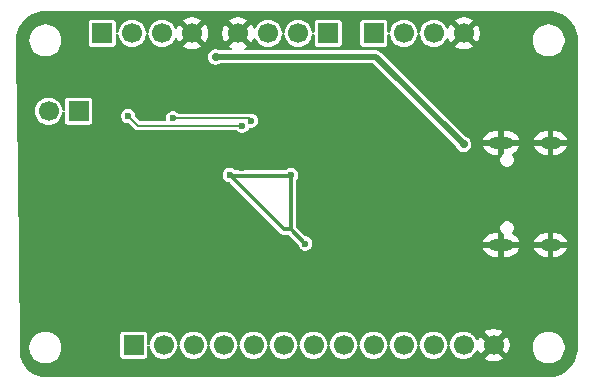
<source format=gbr>
%TF.GenerationSoftware,KiCad,Pcbnew,9.0.6-9.0.6~ubuntu24.04.1*%
%TF.CreationDate,2025-12-02T22:29:15-06:00*%
%TF.ProjectId,Kicad_stm32_1st,4b696361-645f-4737-946d-33325f317374,rev?*%
%TF.SameCoordinates,Original*%
%TF.FileFunction,Copper,L2,Bot*%
%TF.FilePolarity,Positive*%
%FSLAX46Y46*%
G04 Gerber Fmt 4.6, Leading zero omitted, Abs format (unit mm)*
G04 Created by KiCad (PCBNEW 9.0.6-9.0.6~ubuntu24.04.1) date 2025-12-02 22:29:15*
%MOMM*%
%LPD*%
G01*
G04 APERTURE LIST*
%TA.AperFunction,HeatsinkPad*%
%ADD10O,2.100000X1.000000*%
%TD*%
%TA.AperFunction,HeatsinkPad*%
%ADD11O,1.800000X1.000000*%
%TD*%
%TA.AperFunction,ComponentPad*%
%ADD12R,1.700000X1.700000*%
%TD*%
%TA.AperFunction,ComponentPad*%
%ADD13C,1.700000*%
%TD*%
%TA.AperFunction,ViaPad*%
%ADD14C,0.600000*%
%TD*%
%TA.AperFunction,ViaPad*%
%ADD15C,0.700000*%
%TD*%
%TA.AperFunction,Conductor*%
%ADD16C,0.300000*%
%TD*%
%TA.AperFunction,Conductor*%
%ADD17C,0.200000*%
%TD*%
%TA.AperFunction,Conductor*%
%ADD18C,0.500000*%
%TD*%
G04 APERTURE END LIST*
D10*
%TO.P,J1,S1,SHIELD*%
%TO.N,gnd*%
X111985000Y-74120000D03*
D11*
X116165000Y-74120000D03*
D10*
X111985000Y-65480000D03*
D11*
X116165000Y-65480000D03*
%TD*%
D12*
%TO.P,J5,1,Pin_1*%
%TO.N,+3.3V*%
X80860000Y-82600000D03*
D13*
%TO.P,J5,2,Pin_2*%
%TO.N,/PA0*%
X83400000Y-82600000D03*
%TO.P,J5,3,Pin_3*%
%TO.N,/PA1*%
X85940000Y-82600000D03*
%TO.P,J5,4,Pin_4*%
%TO.N,/PA2*%
X88480000Y-82600000D03*
%TO.P,J5,5,Pin_5*%
%TO.N,/PA3*%
X91020000Y-82600000D03*
%TO.P,J5,6,Pin_6*%
%TO.N,/PA4*%
X93560000Y-82600000D03*
%TO.P,J5,7,Pin_7*%
%TO.N,/PA5*%
X96100000Y-82600000D03*
%TO.P,J5,8,Pin_8*%
%TO.N,/PA6*%
X98640000Y-82600000D03*
%TO.P,J5,9,Pin_9*%
%TO.N,/PA7*%
X101180000Y-82600000D03*
%TO.P,J5,10,Pin_10*%
%TO.N,+3.3V*%
X103720000Y-82600000D03*
%TO.P,J5,11,Pin_11*%
%TO.N,/I2C2_SCL*%
X106260000Y-82600000D03*
%TO.P,J5,12,Pin_12*%
%TO.N,/I2C2_SDA*%
X108800000Y-82600000D03*
%TO.P,J5,13,Pin_13*%
%TO.N,gnd*%
X111340000Y-82600000D03*
%TD*%
D12*
%TO.P,UART,1,Pin_1*%
%TO.N,+3.3V*%
X97340000Y-56200000D03*
D13*
%TO.P,UART,2,Pin_2*%
%TO.N,/USART1_TX*%
X94800000Y-56200000D03*
%TO.P,UART,3,Pin_3*%
%TO.N,/USART1_RX*%
X92260000Y-56200000D03*
%TO.P,UART,4,Pin_4*%
%TO.N,gnd*%
X89720000Y-56200000D03*
%TD*%
D12*
%TO.P,120R,1,A*%
%TO.N,/CANL*%
X76200000Y-62800000D03*
D13*
%TO.P,120R,2,B*%
%TO.N,Net-(JP1-B)*%
X73660000Y-62800000D03*
%TD*%
D12*
%TO.P,J2,1,Pin_1*%
%TO.N,+3.3V*%
X101200000Y-56200000D03*
D13*
%TO.P,J2,2,Pin_2*%
%TO.N,/SWDIO*%
X103740000Y-56200000D03*
%TO.P,J2,3,Pin_3*%
%TO.N,/SWCLK*%
X106280000Y-56200000D03*
%TO.P,J2,4,Pin_4*%
%TO.N,gnd*%
X108820000Y-56200000D03*
%TD*%
D12*
%TO.P,CAN,1,Pin_1*%
%TO.N,+3.3V*%
X78200000Y-56200000D03*
D13*
%TO.P,CAN,2,Pin_2*%
%TO.N,/CANH*%
X80740000Y-56200000D03*
%TO.P,CAN,3,Pin_3*%
%TO.N,/CANL*%
X83280000Y-56200000D03*
%TO.P,CAN,4,Pin_4*%
%TO.N,gnd*%
X85820000Y-56200000D03*
%TD*%
D14*
%TO.N,gnd*%
X109600000Y-69400000D03*
X98800000Y-74600000D03*
%TO.N,+3.3V*%
X89000000Y-68200000D03*
%TO.N,gnd*%
X89575000Y-61425000D03*
%TO.N,/CAN_RX*%
X90800000Y-63600000D03*
X84200000Y-63400000D03*
%TO.N,/CAN_TX*%
X80400000Y-63200000D03*
X90060000Y-64008926D03*
D15*
%TO.N,VBUS*%
X108800000Y-65600000D03*
X87800000Y-58200000D03*
D14*
%TO.N,gnd*%
X79600000Y-59000000D03*
X79600000Y-58200000D03*
X107200000Y-72600000D03*
X100200000Y-59000000D03*
X83000000Y-69600000D03*
X85800000Y-65400000D03*
X76800000Y-72400000D03*
X86600000Y-65400000D03*
X90000000Y-67600000D03*
X81400000Y-73800000D03*
X76800000Y-69800000D03*
X78800000Y-79200000D03*
X106400000Y-72600000D03*
X81400000Y-75000000D03*
X80400000Y-58200000D03*
X88800000Y-70800000D03*
X99400000Y-59000000D03*
X89400000Y-67200000D03*
X83800000Y-72600000D03*
X83000000Y-67750000D03*
X76800000Y-76800000D03*
X94800000Y-76800000D03*
X103344669Y-71144668D03*
X81600000Y-63200000D03*
X98400000Y-66800000D03*
%TO.N,+3.3V*%
X95400000Y-74000000D03*
X94200000Y-68200000D03*
%TD*%
D16*
%TO.N,+3.3V*%
X94200000Y-72800000D02*
X93600000Y-72800000D01*
X93600000Y-72800000D02*
X89000000Y-68200000D01*
X94149000Y-68251000D02*
X94200000Y-68200000D01*
X89000000Y-68200000D02*
X89051000Y-68251000D01*
X89051000Y-68251000D02*
X94149000Y-68251000D01*
D17*
%TO.N,/CAN_RX*%
X90600000Y-63400000D02*
X84200000Y-63400000D01*
X90800000Y-63600000D02*
X90600000Y-63400000D01*
X84200000Y-63400000D02*
X84200000Y-63408926D01*
%TO.N,/CAN_TX*%
X81208926Y-64008926D02*
X80400000Y-63200000D01*
X90060000Y-64008926D02*
X81208926Y-64008926D01*
D18*
%TO.N,VBUS*%
X101400000Y-58200000D02*
X108800000Y-65600000D01*
X87800000Y-58200000D02*
X101400000Y-58200000D01*
D16*
%TO.N,+3.3V*%
X95400000Y-74000000D02*
X94200000Y-72800000D01*
X94200000Y-72800000D02*
X94200000Y-68200000D01*
%TD*%
%TA.AperFunction,Conductor*%
%TO.N,gnd*%
G36*
X116003736Y-54300726D02*
G01*
X116293796Y-54318271D01*
X116308659Y-54320076D01*
X116590798Y-54371780D01*
X116605335Y-54375363D01*
X116879172Y-54460695D01*
X116893163Y-54466000D01*
X117154743Y-54583727D01*
X117167989Y-54590680D01*
X117413465Y-54739075D01*
X117425776Y-54747573D01*
X117651573Y-54924473D01*
X117662781Y-54934403D01*
X117865596Y-55137218D01*
X117875526Y-55148426D01*
X117998296Y-55305131D01*
X118052422Y-55374217D01*
X118060926Y-55386537D01*
X118099593Y-55450500D01*
X118209316Y-55632004D01*
X118216275Y-55645263D01*
X118333997Y-55906831D01*
X118339306Y-55920832D01*
X118424635Y-56194663D01*
X118428219Y-56209201D01*
X118479923Y-56491340D01*
X118481728Y-56506205D01*
X118499274Y-56796263D01*
X118499500Y-56803718D01*
X118499500Y-56865892D01*
X118499515Y-56865953D01*
X118499518Y-56873841D01*
X118506158Y-82796386D01*
X118505951Y-82803588D01*
X118489816Y-83082174D01*
X118488160Y-83096419D01*
X118440589Y-83367737D01*
X118437300Y-83381694D01*
X118358723Y-83645710D01*
X118353844Y-83659195D01*
X118245310Y-83912375D01*
X118238908Y-83925206D01*
X118101868Y-84164168D01*
X118094026Y-84176174D01*
X117930326Y-84397698D01*
X117921151Y-84408719D01*
X117732955Y-84609879D01*
X117722570Y-84619767D01*
X117512410Y-84797853D01*
X117500951Y-84806475D01*
X117271640Y-84959104D01*
X117259263Y-84966346D01*
X117013872Y-85091476D01*
X117000742Y-85097241D01*
X116742532Y-85193209D01*
X116728824Y-85197419D01*
X116461265Y-85262932D01*
X116447163Y-85265531D01*
X116183234Y-85298541D01*
X116167845Y-85299500D01*
X73386398Y-85299500D01*
X73378048Y-85299218D01*
X73348451Y-85297220D01*
X73118094Y-85281670D01*
X73102498Y-85279617D01*
X72850445Y-85230004D01*
X72835233Y-85225993D01*
X72591487Y-85144864D01*
X72576905Y-85138959D01*
X72345387Y-85027619D01*
X72331671Y-85019915D01*
X72116126Y-84880166D01*
X72103495Y-84870788D01*
X71907363Y-84704859D01*
X71896028Y-84693962D01*
X71722480Y-84504533D01*
X71712627Y-84492302D01*
X71564459Y-84282423D01*
X71556232Y-84269043D01*
X71435828Y-84042089D01*
X71429356Y-84027760D01*
X71400015Y-83950000D01*
X71338659Y-83787394D01*
X71334057Y-83772376D01*
X71274521Y-83522452D01*
X71271856Y-83506954D01*
X71270559Y-83494868D01*
X71244447Y-83251532D01*
X71243764Y-83235816D01*
X71246122Y-83118217D01*
X71248178Y-83015692D01*
X71251070Y-82994284D01*
X71251750Y-82988521D01*
X71251751Y-82988519D01*
X71251272Y-82952861D01*
X71251693Y-82940876D01*
X71254661Y-82905439D01*
X71252128Y-82891382D01*
X71250175Y-82871070D01*
X71247797Y-82693713D01*
X72049500Y-82693713D01*
X72049500Y-82906286D01*
X72072202Y-83049624D01*
X72082754Y-83116243D01*
X72126712Y-83251532D01*
X72148444Y-83318414D01*
X72244951Y-83507820D01*
X72369890Y-83679786D01*
X72520213Y-83830109D01*
X72692179Y-83955048D01*
X72692181Y-83955049D01*
X72692184Y-83955051D01*
X72881588Y-84051557D01*
X73083757Y-84117246D01*
X73293713Y-84150500D01*
X73293714Y-84150500D01*
X73506286Y-84150500D01*
X73506287Y-84150500D01*
X73716243Y-84117246D01*
X73918412Y-84051557D01*
X74107816Y-83955051D01*
X74129789Y-83939086D01*
X74279786Y-83830109D01*
X74279788Y-83830106D01*
X74279792Y-83830104D01*
X74430104Y-83679792D01*
X74430106Y-83679788D01*
X74430109Y-83679786D01*
X74555048Y-83507820D01*
X74555047Y-83507820D01*
X74555051Y-83507816D01*
X74651557Y-83318412D01*
X74717246Y-83116243D01*
X74750500Y-82906287D01*
X74750500Y-82693713D01*
X74717246Y-82483757D01*
X74651557Y-82281588D01*
X74555051Y-82092184D01*
X74555049Y-82092181D01*
X74555048Y-82092179D01*
X74430109Y-81920213D01*
X74279786Y-81769890D01*
X74190652Y-81705131D01*
X79709500Y-81705131D01*
X79709500Y-83494856D01*
X79709502Y-83494882D01*
X79712413Y-83519987D01*
X79712415Y-83519991D01*
X79757793Y-83622764D01*
X79757794Y-83622765D01*
X79837235Y-83702206D01*
X79940009Y-83747585D01*
X79965135Y-83750500D01*
X81754864Y-83750499D01*
X81754879Y-83750497D01*
X81754882Y-83750497D01*
X81779987Y-83747586D01*
X81779988Y-83747585D01*
X81779991Y-83747585D01*
X81882765Y-83702206D01*
X81962206Y-83622765D01*
X82007585Y-83519991D01*
X82010500Y-83494865D01*
X82010499Y-82757125D01*
X82030183Y-82690089D01*
X82082987Y-82644334D01*
X82152146Y-82634390D01*
X82215702Y-82663415D01*
X82253476Y-82722193D01*
X82256972Y-82737729D01*
X82277829Y-82869410D01*
X82333787Y-83041636D01*
X82333788Y-83041639D01*
X82416006Y-83202997D01*
X82522441Y-83349494D01*
X82522445Y-83349499D01*
X82650500Y-83477554D01*
X82650505Y-83477558D01*
X82712307Y-83522459D01*
X82797006Y-83583996D01*
X82873094Y-83622765D01*
X82958360Y-83666211D01*
X82958363Y-83666212D01*
X83044476Y-83694191D01*
X83130591Y-83722171D01*
X83213429Y-83735291D01*
X83309449Y-83750500D01*
X83309454Y-83750500D01*
X83490551Y-83750500D01*
X83577259Y-83736765D01*
X83669409Y-83722171D01*
X83841639Y-83666211D01*
X84002994Y-83583996D01*
X84149501Y-83477553D01*
X84277553Y-83349501D01*
X84383996Y-83202994D01*
X84466211Y-83041639D01*
X84522171Y-82869409D01*
X84536422Y-82779425D01*
X84547527Y-82709321D01*
X84577456Y-82646186D01*
X84636768Y-82609255D01*
X84706630Y-82610253D01*
X84764863Y-82648863D01*
X84792473Y-82709321D01*
X84817829Y-82869410D01*
X84873787Y-83041636D01*
X84873788Y-83041639D01*
X84956006Y-83202997D01*
X85062441Y-83349494D01*
X85062445Y-83349499D01*
X85190500Y-83477554D01*
X85190505Y-83477558D01*
X85252307Y-83522459D01*
X85337006Y-83583996D01*
X85413094Y-83622765D01*
X85498360Y-83666211D01*
X85498363Y-83666212D01*
X85584476Y-83694191D01*
X85670591Y-83722171D01*
X85753429Y-83735291D01*
X85849449Y-83750500D01*
X85849454Y-83750500D01*
X86030551Y-83750500D01*
X86117259Y-83736765D01*
X86209409Y-83722171D01*
X86381639Y-83666211D01*
X86542994Y-83583996D01*
X86689501Y-83477553D01*
X86817553Y-83349501D01*
X86923996Y-83202994D01*
X87006211Y-83041639D01*
X87062171Y-82869409D01*
X87076422Y-82779425D01*
X87087527Y-82709321D01*
X87117456Y-82646186D01*
X87176768Y-82609255D01*
X87246630Y-82610253D01*
X87304863Y-82648863D01*
X87332473Y-82709321D01*
X87357829Y-82869410D01*
X87413787Y-83041636D01*
X87413788Y-83041639D01*
X87496006Y-83202997D01*
X87602441Y-83349494D01*
X87602445Y-83349499D01*
X87730500Y-83477554D01*
X87730505Y-83477558D01*
X87792307Y-83522459D01*
X87877006Y-83583996D01*
X87953094Y-83622765D01*
X88038360Y-83666211D01*
X88038363Y-83666212D01*
X88124476Y-83694191D01*
X88210591Y-83722171D01*
X88293429Y-83735291D01*
X88389449Y-83750500D01*
X88389454Y-83750500D01*
X88570551Y-83750500D01*
X88657259Y-83736765D01*
X88749409Y-83722171D01*
X88921639Y-83666211D01*
X89082994Y-83583996D01*
X89229501Y-83477553D01*
X89357553Y-83349501D01*
X89463996Y-83202994D01*
X89546211Y-83041639D01*
X89602171Y-82869409D01*
X89616422Y-82779425D01*
X89627527Y-82709321D01*
X89657456Y-82646186D01*
X89716768Y-82609255D01*
X89786630Y-82610253D01*
X89844863Y-82648863D01*
X89872473Y-82709321D01*
X89897829Y-82869410D01*
X89953787Y-83041636D01*
X89953788Y-83041639D01*
X90036006Y-83202997D01*
X90142441Y-83349494D01*
X90142445Y-83349499D01*
X90270500Y-83477554D01*
X90270505Y-83477558D01*
X90332307Y-83522459D01*
X90417006Y-83583996D01*
X90493094Y-83622765D01*
X90578360Y-83666211D01*
X90578363Y-83666212D01*
X90664476Y-83694191D01*
X90750591Y-83722171D01*
X90833429Y-83735291D01*
X90929449Y-83750500D01*
X90929454Y-83750500D01*
X91110551Y-83750500D01*
X91197259Y-83736765D01*
X91289409Y-83722171D01*
X91461639Y-83666211D01*
X91622994Y-83583996D01*
X91769501Y-83477553D01*
X91897553Y-83349501D01*
X92003996Y-83202994D01*
X92086211Y-83041639D01*
X92142171Y-82869409D01*
X92156422Y-82779425D01*
X92167527Y-82709321D01*
X92197456Y-82646186D01*
X92256768Y-82609255D01*
X92326630Y-82610253D01*
X92384863Y-82648863D01*
X92412473Y-82709321D01*
X92437829Y-82869410D01*
X92493787Y-83041636D01*
X92493788Y-83041639D01*
X92576006Y-83202997D01*
X92682441Y-83349494D01*
X92682445Y-83349499D01*
X92810500Y-83477554D01*
X92810505Y-83477558D01*
X92872307Y-83522459D01*
X92957006Y-83583996D01*
X93033094Y-83622765D01*
X93118360Y-83666211D01*
X93118363Y-83666212D01*
X93204476Y-83694191D01*
X93290591Y-83722171D01*
X93373429Y-83735291D01*
X93469449Y-83750500D01*
X93469454Y-83750500D01*
X93650551Y-83750500D01*
X93737259Y-83736765D01*
X93829409Y-83722171D01*
X94001639Y-83666211D01*
X94162994Y-83583996D01*
X94309501Y-83477553D01*
X94437553Y-83349501D01*
X94543996Y-83202994D01*
X94626211Y-83041639D01*
X94682171Y-82869409D01*
X94696422Y-82779425D01*
X94707527Y-82709321D01*
X94737456Y-82646186D01*
X94796768Y-82609255D01*
X94866630Y-82610253D01*
X94924863Y-82648863D01*
X94952473Y-82709321D01*
X94977829Y-82869410D01*
X95033787Y-83041636D01*
X95033788Y-83041639D01*
X95116006Y-83202997D01*
X95222441Y-83349494D01*
X95222445Y-83349499D01*
X95350500Y-83477554D01*
X95350505Y-83477558D01*
X95412307Y-83522459D01*
X95497006Y-83583996D01*
X95573094Y-83622765D01*
X95658360Y-83666211D01*
X95658363Y-83666212D01*
X95744476Y-83694191D01*
X95830591Y-83722171D01*
X95913429Y-83735291D01*
X96009449Y-83750500D01*
X96009454Y-83750500D01*
X96190551Y-83750500D01*
X96277259Y-83736765D01*
X96369409Y-83722171D01*
X96541639Y-83666211D01*
X96702994Y-83583996D01*
X96849501Y-83477553D01*
X96977553Y-83349501D01*
X97083996Y-83202994D01*
X97166211Y-83041639D01*
X97222171Y-82869409D01*
X97236422Y-82779425D01*
X97247527Y-82709321D01*
X97277456Y-82646186D01*
X97336768Y-82609255D01*
X97406630Y-82610253D01*
X97464863Y-82648863D01*
X97492473Y-82709321D01*
X97517829Y-82869410D01*
X97573787Y-83041636D01*
X97573788Y-83041639D01*
X97656006Y-83202997D01*
X97762441Y-83349494D01*
X97762445Y-83349499D01*
X97890500Y-83477554D01*
X97890505Y-83477558D01*
X97952307Y-83522459D01*
X98037006Y-83583996D01*
X98113094Y-83622765D01*
X98198360Y-83666211D01*
X98198363Y-83666212D01*
X98284476Y-83694191D01*
X98370591Y-83722171D01*
X98453429Y-83735291D01*
X98549449Y-83750500D01*
X98549454Y-83750500D01*
X98730551Y-83750500D01*
X98817259Y-83736765D01*
X98909409Y-83722171D01*
X99081639Y-83666211D01*
X99242994Y-83583996D01*
X99389501Y-83477553D01*
X99517553Y-83349501D01*
X99623996Y-83202994D01*
X99706211Y-83041639D01*
X99762171Y-82869409D01*
X99776422Y-82779425D01*
X99787527Y-82709321D01*
X99817456Y-82646186D01*
X99876768Y-82609255D01*
X99946630Y-82610253D01*
X100004863Y-82648863D01*
X100032473Y-82709321D01*
X100057829Y-82869410D01*
X100113787Y-83041636D01*
X100113788Y-83041639D01*
X100196006Y-83202997D01*
X100302441Y-83349494D01*
X100302445Y-83349499D01*
X100430500Y-83477554D01*
X100430505Y-83477558D01*
X100492307Y-83522459D01*
X100577006Y-83583996D01*
X100653094Y-83622765D01*
X100738360Y-83666211D01*
X100738363Y-83666212D01*
X100824476Y-83694191D01*
X100910591Y-83722171D01*
X100993429Y-83735291D01*
X101089449Y-83750500D01*
X101089454Y-83750500D01*
X101270551Y-83750500D01*
X101357259Y-83736765D01*
X101449409Y-83722171D01*
X101621639Y-83666211D01*
X101782994Y-83583996D01*
X101929501Y-83477553D01*
X102057553Y-83349501D01*
X102163996Y-83202994D01*
X102246211Y-83041639D01*
X102302171Y-82869409D01*
X102316422Y-82779425D01*
X102327527Y-82709321D01*
X102357456Y-82646186D01*
X102416768Y-82609255D01*
X102486630Y-82610253D01*
X102544863Y-82648863D01*
X102572473Y-82709321D01*
X102597829Y-82869410D01*
X102653787Y-83041636D01*
X102653788Y-83041639D01*
X102736006Y-83202997D01*
X102842441Y-83349494D01*
X102842445Y-83349499D01*
X102970500Y-83477554D01*
X102970505Y-83477558D01*
X103032307Y-83522459D01*
X103117006Y-83583996D01*
X103193094Y-83622765D01*
X103278360Y-83666211D01*
X103278363Y-83666212D01*
X103364476Y-83694191D01*
X103450591Y-83722171D01*
X103533429Y-83735291D01*
X103629449Y-83750500D01*
X103629454Y-83750500D01*
X103810551Y-83750500D01*
X103897259Y-83736765D01*
X103989409Y-83722171D01*
X104161639Y-83666211D01*
X104322994Y-83583996D01*
X104469501Y-83477553D01*
X104597553Y-83349501D01*
X104703996Y-83202994D01*
X104786211Y-83041639D01*
X104842171Y-82869409D01*
X104856422Y-82779425D01*
X104867527Y-82709321D01*
X104897456Y-82646186D01*
X104956768Y-82609255D01*
X105026630Y-82610253D01*
X105084863Y-82648863D01*
X105112473Y-82709321D01*
X105137829Y-82869410D01*
X105193787Y-83041636D01*
X105193788Y-83041639D01*
X105276006Y-83202997D01*
X105382441Y-83349494D01*
X105382445Y-83349499D01*
X105510500Y-83477554D01*
X105510505Y-83477558D01*
X105572307Y-83522459D01*
X105657006Y-83583996D01*
X105733094Y-83622765D01*
X105818360Y-83666211D01*
X105818363Y-83666212D01*
X105904476Y-83694191D01*
X105990591Y-83722171D01*
X106073429Y-83735291D01*
X106169449Y-83750500D01*
X106169454Y-83750500D01*
X106350551Y-83750500D01*
X106437259Y-83736765D01*
X106529409Y-83722171D01*
X106701639Y-83666211D01*
X106862994Y-83583996D01*
X107009501Y-83477553D01*
X107137553Y-83349501D01*
X107243996Y-83202994D01*
X107326211Y-83041639D01*
X107382171Y-82869409D01*
X107396422Y-82779425D01*
X107407527Y-82709321D01*
X107437456Y-82646186D01*
X107496768Y-82609255D01*
X107566630Y-82610253D01*
X107624863Y-82648863D01*
X107652473Y-82709321D01*
X107677829Y-82869410D01*
X107733787Y-83041636D01*
X107733788Y-83041639D01*
X107816006Y-83202997D01*
X107922441Y-83349494D01*
X107922445Y-83349499D01*
X108050500Y-83477554D01*
X108050505Y-83477558D01*
X108112307Y-83522459D01*
X108197006Y-83583996D01*
X108273094Y-83622765D01*
X108358360Y-83666211D01*
X108358363Y-83666212D01*
X108444476Y-83694191D01*
X108530591Y-83722171D01*
X108613429Y-83735291D01*
X108709449Y-83750500D01*
X108709454Y-83750500D01*
X108890551Y-83750500D01*
X108977259Y-83736765D01*
X109069409Y-83722171D01*
X109241639Y-83666211D01*
X109402994Y-83583996D01*
X109507842Y-83507820D01*
X109549495Y-83477558D01*
X109549497Y-83477555D01*
X109549501Y-83477553D01*
X109677553Y-83349501D01*
X109783996Y-83202994D01*
X109851090Y-83071314D01*
X109899065Y-83020519D01*
X109966886Y-83003724D01*
X110033021Y-83026262D01*
X110076472Y-83080977D01*
X110079506Y-83089292D01*
X110088904Y-83118217D01*
X110185375Y-83307550D01*
X110224728Y-83361716D01*
X110857037Y-82729408D01*
X110874075Y-82792993D01*
X110939901Y-82907007D01*
X111032993Y-83000099D01*
X111147007Y-83065925D01*
X111210590Y-83082962D01*
X110578282Y-83715269D01*
X110578282Y-83715270D01*
X110632449Y-83754624D01*
X110821782Y-83851095D01*
X111023870Y-83916757D01*
X111233754Y-83950000D01*
X111446246Y-83950000D01*
X111656127Y-83916757D01*
X111656130Y-83916757D01*
X111858217Y-83851095D01*
X112047554Y-83754622D01*
X112101716Y-83715270D01*
X112101717Y-83715270D01*
X111469408Y-83082962D01*
X111532993Y-83065925D01*
X111647007Y-83000099D01*
X111740099Y-82907007D01*
X111805925Y-82792993D01*
X111822962Y-82729408D01*
X112455270Y-83361717D01*
X112455270Y-83361716D01*
X112494622Y-83307554D01*
X112591095Y-83118217D01*
X112656757Y-82916130D01*
X112656757Y-82916127D01*
X112690000Y-82706246D01*
X112690000Y-82693713D01*
X114649500Y-82693713D01*
X114649500Y-82906286D01*
X114672202Y-83049624D01*
X114682754Y-83116243D01*
X114726712Y-83251532D01*
X114748444Y-83318414D01*
X114844951Y-83507820D01*
X114969890Y-83679786D01*
X115120213Y-83830109D01*
X115292179Y-83955048D01*
X115292181Y-83955049D01*
X115292184Y-83955051D01*
X115481588Y-84051557D01*
X115683757Y-84117246D01*
X115893713Y-84150500D01*
X115893714Y-84150500D01*
X116106286Y-84150500D01*
X116106287Y-84150500D01*
X116316243Y-84117246D01*
X116518412Y-84051557D01*
X116707816Y-83955051D01*
X116729789Y-83939086D01*
X116879786Y-83830109D01*
X116879788Y-83830106D01*
X116879792Y-83830104D01*
X117030104Y-83679792D01*
X117030106Y-83679788D01*
X117030109Y-83679786D01*
X117155048Y-83507820D01*
X117155047Y-83507820D01*
X117155051Y-83507816D01*
X117251557Y-83318412D01*
X117317246Y-83116243D01*
X117350500Y-82906287D01*
X117350500Y-82693713D01*
X117317246Y-82483757D01*
X117251557Y-82281588D01*
X117155051Y-82092184D01*
X117155049Y-82092181D01*
X117155048Y-82092179D01*
X117030109Y-81920213D01*
X116879786Y-81769890D01*
X116707820Y-81644951D01*
X116518414Y-81548444D01*
X116518413Y-81548443D01*
X116518412Y-81548443D01*
X116316243Y-81482754D01*
X116316241Y-81482753D01*
X116316240Y-81482753D01*
X116124691Y-81452415D01*
X116106287Y-81449500D01*
X115893713Y-81449500D01*
X115875309Y-81452415D01*
X115683760Y-81482753D01*
X115481585Y-81548444D01*
X115292179Y-81644951D01*
X115120213Y-81769890D01*
X114969890Y-81920213D01*
X114844951Y-82092179D01*
X114748444Y-82281585D01*
X114682753Y-82483760D01*
X114649500Y-82693713D01*
X112690000Y-82693713D01*
X112690000Y-82493753D01*
X112656757Y-82283872D01*
X112656757Y-82283869D01*
X112591095Y-82081782D01*
X112494624Y-81892449D01*
X112455270Y-81838282D01*
X112455269Y-81838282D01*
X111822962Y-82470590D01*
X111805925Y-82407007D01*
X111740099Y-82292993D01*
X111647007Y-82199901D01*
X111532993Y-82134075D01*
X111469409Y-82117037D01*
X112101716Y-81484728D01*
X112047550Y-81445375D01*
X111858217Y-81348904D01*
X111656129Y-81283242D01*
X111446246Y-81250000D01*
X111233754Y-81250000D01*
X111023872Y-81283242D01*
X111023869Y-81283242D01*
X110821782Y-81348904D01*
X110632439Y-81445380D01*
X110578282Y-81484727D01*
X110578282Y-81484728D01*
X111210591Y-82117037D01*
X111147007Y-82134075D01*
X111032993Y-82199901D01*
X110939901Y-82292993D01*
X110874075Y-82407007D01*
X110857037Y-82470591D01*
X110224728Y-81838282D01*
X110224727Y-81838282D01*
X110185380Y-81892439D01*
X110088905Y-82081781D01*
X110079506Y-82110708D01*
X110040068Y-82168383D01*
X109975709Y-82195581D01*
X109906862Y-82183666D01*
X109855387Y-82136421D01*
X109851090Y-82128684D01*
X109827191Y-82081781D01*
X109783996Y-81997006D01*
X109728203Y-81920213D01*
X109677558Y-81850505D01*
X109677554Y-81850500D01*
X109549499Y-81722445D01*
X109549494Y-81722441D01*
X109425432Y-81632305D01*
X109402996Y-81616005D01*
X109241639Y-81533788D01*
X109241636Y-81533787D01*
X109069410Y-81477829D01*
X108890551Y-81449500D01*
X108890546Y-81449500D01*
X108709454Y-81449500D01*
X108709449Y-81449500D01*
X108530589Y-81477829D01*
X108358363Y-81533787D01*
X108358360Y-81533788D01*
X108197002Y-81616006D01*
X108050505Y-81722441D01*
X108050500Y-81722445D01*
X107922445Y-81850500D01*
X107922441Y-81850505D01*
X107816006Y-81997002D01*
X107733788Y-82158360D01*
X107733787Y-82158363D01*
X107677829Y-82330589D01*
X107652473Y-82490678D01*
X107622544Y-82553813D01*
X107563232Y-82590744D01*
X107493369Y-82589746D01*
X107435137Y-82551136D01*
X107407527Y-82490678D01*
X107393740Y-82403639D01*
X107382171Y-82330591D01*
X107339708Y-82199901D01*
X107326212Y-82158363D01*
X107326211Y-82158360D01*
X107287191Y-82081781D01*
X107243996Y-81997006D01*
X107188203Y-81920213D01*
X107137558Y-81850505D01*
X107137554Y-81850500D01*
X107009499Y-81722445D01*
X107009494Y-81722441D01*
X106862997Y-81616006D01*
X106862996Y-81616005D01*
X106862994Y-81616004D01*
X106786906Y-81577235D01*
X106701639Y-81533788D01*
X106701636Y-81533787D01*
X106529410Y-81477829D01*
X106350551Y-81449500D01*
X106350546Y-81449500D01*
X106169454Y-81449500D01*
X106169449Y-81449500D01*
X105990589Y-81477829D01*
X105818363Y-81533787D01*
X105818360Y-81533788D01*
X105657002Y-81616006D01*
X105510505Y-81722441D01*
X105510500Y-81722445D01*
X105382445Y-81850500D01*
X105382441Y-81850505D01*
X105276006Y-81997002D01*
X105193788Y-82158360D01*
X105193787Y-82158363D01*
X105137829Y-82330589D01*
X105112473Y-82490678D01*
X105082544Y-82553813D01*
X105023232Y-82590744D01*
X104953369Y-82589746D01*
X104895137Y-82551136D01*
X104867527Y-82490678D01*
X104853740Y-82403639D01*
X104842171Y-82330591D01*
X104799708Y-82199901D01*
X104786212Y-82158363D01*
X104786211Y-82158360D01*
X104747191Y-82081781D01*
X104703996Y-81997006D01*
X104648203Y-81920213D01*
X104597558Y-81850505D01*
X104597554Y-81850500D01*
X104469499Y-81722445D01*
X104469494Y-81722441D01*
X104322997Y-81616006D01*
X104322996Y-81616005D01*
X104322994Y-81616004D01*
X104246906Y-81577235D01*
X104161639Y-81533788D01*
X104161636Y-81533787D01*
X103989410Y-81477829D01*
X103810551Y-81449500D01*
X103810546Y-81449500D01*
X103629454Y-81449500D01*
X103629449Y-81449500D01*
X103450589Y-81477829D01*
X103278363Y-81533787D01*
X103278360Y-81533788D01*
X103117002Y-81616006D01*
X102970505Y-81722441D01*
X102970500Y-81722445D01*
X102842445Y-81850500D01*
X102842441Y-81850505D01*
X102736006Y-81997002D01*
X102653788Y-82158360D01*
X102653787Y-82158363D01*
X102597829Y-82330589D01*
X102572473Y-82490678D01*
X102542544Y-82553813D01*
X102483232Y-82590744D01*
X102413369Y-82589746D01*
X102355137Y-82551136D01*
X102327527Y-82490678D01*
X102313740Y-82403639D01*
X102302171Y-82330591D01*
X102259708Y-82199901D01*
X102246212Y-82158363D01*
X102246211Y-82158360D01*
X102207191Y-82081781D01*
X102163996Y-81997006D01*
X102108203Y-81920213D01*
X102057558Y-81850505D01*
X102057554Y-81850500D01*
X101929499Y-81722445D01*
X101929494Y-81722441D01*
X101782997Y-81616006D01*
X101782996Y-81616005D01*
X101782994Y-81616004D01*
X101706906Y-81577235D01*
X101621639Y-81533788D01*
X101621636Y-81533787D01*
X101449410Y-81477829D01*
X101270551Y-81449500D01*
X101270546Y-81449500D01*
X101089454Y-81449500D01*
X101089449Y-81449500D01*
X100910589Y-81477829D01*
X100738363Y-81533787D01*
X100738360Y-81533788D01*
X100577002Y-81616006D01*
X100430505Y-81722441D01*
X100430500Y-81722445D01*
X100302445Y-81850500D01*
X100302441Y-81850505D01*
X100196006Y-81997002D01*
X100113788Y-82158360D01*
X100113787Y-82158363D01*
X100057829Y-82330589D01*
X100032473Y-82490678D01*
X100002544Y-82553813D01*
X99943232Y-82590744D01*
X99873369Y-82589746D01*
X99815137Y-82551136D01*
X99787527Y-82490678D01*
X99773740Y-82403639D01*
X99762171Y-82330591D01*
X99719708Y-82199901D01*
X99706212Y-82158363D01*
X99706211Y-82158360D01*
X99667191Y-82081781D01*
X99623996Y-81997006D01*
X99568203Y-81920213D01*
X99517558Y-81850505D01*
X99517554Y-81850500D01*
X99389499Y-81722445D01*
X99389494Y-81722441D01*
X99242997Y-81616006D01*
X99242996Y-81616005D01*
X99242994Y-81616004D01*
X99166906Y-81577235D01*
X99081639Y-81533788D01*
X99081636Y-81533787D01*
X98909410Y-81477829D01*
X98730551Y-81449500D01*
X98730546Y-81449500D01*
X98549454Y-81449500D01*
X98549449Y-81449500D01*
X98370589Y-81477829D01*
X98198363Y-81533787D01*
X98198360Y-81533788D01*
X98037002Y-81616006D01*
X97890505Y-81722441D01*
X97890500Y-81722445D01*
X97762445Y-81850500D01*
X97762441Y-81850505D01*
X97656006Y-81997002D01*
X97573788Y-82158360D01*
X97573787Y-82158363D01*
X97517829Y-82330589D01*
X97492473Y-82490678D01*
X97462544Y-82553813D01*
X97403232Y-82590744D01*
X97333369Y-82589746D01*
X97275137Y-82551136D01*
X97247527Y-82490678D01*
X97233740Y-82403639D01*
X97222171Y-82330591D01*
X97179708Y-82199901D01*
X97166212Y-82158363D01*
X97166211Y-82158360D01*
X97127191Y-82081781D01*
X97083996Y-81997006D01*
X97028203Y-81920213D01*
X96977558Y-81850505D01*
X96977554Y-81850500D01*
X96849499Y-81722445D01*
X96849494Y-81722441D01*
X96702997Y-81616006D01*
X96702996Y-81616005D01*
X96702994Y-81616004D01*
X96626906Y-81577235D01*
X96541639Y-81533788D01*
X96541636Y-81533787D01*
X96369410Y-81477829D01*
X96190551Y-81449500D01*
X96190546Y-81449500D01*
X96009454Y-81449500D01*
X96009449Y-81449500D01*
X95830589Y-81477829D01*
X95658363Y-81533787D01*
X95658360Y-81533788D01*
X95497002Y-81616006D01*
X95350505Y-81722441D01*
X95350500Y-81722445D01*
X95222445Y-81850500D01*
X95222441Y-81850505D01*
X95116006Y-81997002D01*
X95033788Y-82158360D01*
X95033787Y-82158363D01*
X94977829Y-82330589D01*
X94952473Y-82490678D01*
X94922544Y-82553813D01*
X94863232Y-82590744D01*
X94793369Y-82589746D01*
X94735137Y-82551136D01*
X94707527Y-82490678D01*
X94693740Y-82403639D01*
X94682171Y-82330591D01*
X94639708Y-82199901D01*
X94626212Y-82158363D01*
X94626211Y-82158360D01*
X94587191Y-82081781D01*
X94543996Y-81997006D01*
X94488203Y-81920213D01*
X94437558Y-81850505D01*
X94437554Y-81850500D01*
X94309499Y-81722445D01*
X94309494Y-81722441D01*
X94162997Y-81616006D01*
X94162996Y-81616005D01*
X94162994Y-81616004D01*
X94086906Y-81577235D01*
X94001639Y-81533788D01*
X94001636Y-81533787D01*
X93829410Y-81477829D01*
X93650551Y-81449500D01*
X93650546Y-81449500D01*
X93469454Y-81449500D01*
X93469449Y-81449500D01*
X93290589Y-81477829D01*
X93118363Y-81533787D01*
X93118360Y-81533788D01*
X92957002Y-81616006D01*
X92810505Y-81722441D01*
X92810500Y-81722445D01*
X92682445Y-81850500D01*
X92682441Y-81850505D01*
X92576006Y-81997002D01*
X92493788Y-82158360D01*
X92493787Y-82158363D01*
X92437829Y-82330589D01*
X92412473Y-82490678D01*
X92382544Y-82553813D01*
X92323232Y-82590744D01*
X92253369Y-82589746D01*
X92195137Y-82551136D01*
X92167527Y-82490678D01*
X92153740Y-82403639D01*
X92142171Y-82330591D01*
X92099708Y-82199901D01*
X92086212Y-82158363D01*
X92086211Y-82158360D01*
X92047191Y-82081781D01*
X92003996Y-81997006D01*
X91948203Y-81920213D01*
X91897558Y-81850505D01*
X91897554Y-81850500D01*
X91769499Y-81722445D01*
X91769494Y-81722441D01*
X91622997Y-81616006D01*
X91622996Y-81616005D01*
X91622994Y-81616004D01*
X91546906Y-81577235D01*
X91461639Y-81533788D01*
X91461636Y-81533787D01*
X91289410Y-81477829D01*
X91110551Y-81449500D01*
X91110546Y-81449500D01*
X90929454Y-81449500D01*
X90929449Y-81449500D01*
X90750589Y-81477829D01*
X90578363Y-81533787D01*
X90578360Y-81533788D01*
X90417002Y-81616006D01*
X90270505Y-81722441D01*
X90270500Y-81722445D01*
X90142445Y-81850500D01*
X90142441Y-81850505D01*
X90036006Y-81997002D01*
X89953788Y-82158360D01*
X89953787Y-82158363D01*
X89897829Y-82330589D01*
X89872473Y-82490678D01*
X89842544Y-82553813D01*
X89783232Y-82590744D01*
X89713369Y-82589746D01*
X89655137Y-82551136D01*
X89627527Y-82490678D01*
X89613740Y-82403639D01*
X89602171Y-82330591D01*
X89559708Y-82199901D01*
X89546212Y-82158363D01*
X89546211Y-82158360D01*
X89507191Y-82081781D01*
X89463996Y-81997006D01*
X89408203Y-81920213D01*
X89357558Y-81850505D01*
X89357554Y-81850500D01*
X89229499Y-81722445D01*
X89229494Y-81722441D01*
X89082997Y-81616006D01*
X89082996Y-81616005D01*
X89082994Y-81616004D01*
X89006906Y-81577235D01*
X88921639Y-81533788D01*
X88921636Y-81533787D01*
X88749410Y-81477829D01*
X88570551Y-81449500D01*
X88570546Y-81449500D01*
X88389454Y-81449500D01*
X88389449Y-81449500D01*
X88210589Y-81477829D01*
X88038363Y-81533787D01*
X88038360Y-81533788D01*
X87877002Y-81616006D01*
X87730505Y-81722441D01*
X87730500Y-81722445D01*
X87602445Y-81850500D01*
X87602441Y-81850505D01*
X87496006Y-81997002D01*
X87413788Y-82158360D01*
X87413787Y-82158363D01*
X87357829Y-82330589D01*
X87332473Y-82490678D01*
X87302544Y-82553813D01*
X87243232Y-82590744D01*
X87173369Y-82589746D01*
X87115137Y-82551136D01*
X87087527Y-82490678D01*
X87073740Y-82403639D01*
X87062171Y-82330591D01*
X87019708Y-82199901D01*
X87006212Y-82158363D01*
X87006211Y-82158360D01*
X86967191Y-82081781D01*
X86923996Y-81997006D01*
X86868203Y-81920213D01*
X86817558Y-81850505D01*
X86817554Y-81850500D01*
X86689499Y-81722445D01*
X86689494Y-81722441D01*
X86542997Y-81616006D01*
X86542996Y-81616005D01*
X86542994Y-81616004D01*
X86466906Y-81577235D01*
X86381639Y-81533788D01*
X86381636Y-81533787D01*
X86209410Y-81477829D01*
X86030551Y-81449500D01*
X86030546Y-81449500D01*
X85849454Y-81449500D01*
X85849449Y-81449500D01*
X85670589Y-81477829D01*
X85498363Y-81533787D01*
X85498360Y-81533788D01*
X85337002Y-81616006D01*
X85190505Y-81722441D01*
X85190500Y-81722445D01*
X85062445Y-81850500D01*
X85062441Y-81850505D01*
X84956006Y-81997002D01*
X84873788Y-82158360D01*
X84873787Y-82158363D01*
X84817829Y-82330589D01*
X84792473Y-82490678D01*
X84762544Y-82553813D01*
X84703232Y-82590744D01*
X84633369Y-82589746D01*
X84575137Y-82551136D01*
X84547527Y-82490678D01*
X84533740Y-82403639D01*
X84522171Y-82330591D01*
X84479708Y-82199901D01*
X84466212Y-82158363D01*
X84466211Y-82158360D01*
X84427191Y-82081781D01*
X84383996Y-81997006D01*
X84328203Y-81920213D01*
X84277558Y-81850505D01*
X84277554Y-81850500D01*
X84149499Y-81722445D01*
X84149494Y-81722441D01*
X84002997Y-81616006D01*
X84002996Y-81616005D01*
X84002994Y-81616004D01*
X83926906Y-81577235D01*
X83841639Y-81533788D01*
X83841636Y-81533787D01*
X83669410Y-81477829D01*
X83490551Y-81449500D01*
X83490546Y-81449500D01*
X83309454Y-81449500D01*
X83309449Y-81449500D01*
X83130589Y-81477829D01*
X82958363Y-81533787D01*
X82958360Y-81533788D01*
X82797002Y-81616006D01*
X82650505Y-81722441D01*
X82650500Y-81722445D01*
X82522445Y-81850500D01*
X82522441Y-81850505D01*
X82416006Y-81997002D01*
X82333788Y-82158360D01*
X82333787Y-82158363D01*
X82277829Y-82330589D01*
X82256972Y-82462271D01*
X82227042Y-82525405D01*
X82167731Y-82562336D01*
X82097868Y-82561338D01*
X82039636Y-82522728D01*
X82011522Y-82458764D01*
X82010499Y-82442872D01*
X82010499Y-81705143D01*
X82010499Y-81705136D01*
X82010497Y-81705117D01*
X82007586Y-81680012D01*
X82007585Y-81680010D01*
X82007585Y-81680009D01*
X81962206Y-81577235D01*
X81882765Y-81497794D01*
X81882763Y-81497793D01*
X81779992Y-81452415D01*
X81754865Y-81449500D01*
X79965143Y-81449500D01*
X79965117Y-81449502D01*
X79940012Y-81452413D01*
X79940008Y-81452415D01*
X79837235Y-81497793D01*
X79757794Y-81577234D01*
X79712415Y-81680006D01*
X79712415Y-81680008D01*
X79709500Y-81705131D01*
X74190652Y-81705131D01*
X74107820Y-81644951D01*
X73918414Y-81548444D01*
X73918413Y-81548443D01*
X73918412Y-81548443D01*
X73716243Y-81482754D01*
X73716241Y-81482753D01*
X73716240Y-81482753D01*
X73524691Y-81452415D01*
X73506287Y-81449500D01*
X73293713Y-81449500D01*
X73275309Y-81452415D01*
X73083760Y-81482753D01*
X72881585Y-81548444D01*
X72692179Y-81644951D01*
X72520213Y-81769890D01*
X72369890Y-81920213D01*
X72244951Y-82092179D01*
X72148444Y-82281585D01*
X72082753Y-82483760D01*
X72049500Y-82693713D01*
X71247797Y-82693713D01*
X71052366Y-68120943D01*
X88399500Y-68120943D01*
X88399500Y-68279056D01*
X88440423Y-68431783D01*
X88440426Y-68431790D01*
X88519475Y-68568709D01*
X88519479Y-68568714D01*
X88519480Y-68568716D01*
X88631284Y-68680520D01*
X88631286Y-68680521D01*
X88631290Y-68680524D01*
X88701718Y-68721185D01*
X88768216Y-68759577D01*
X88920943Y-68800500D01*
X88920945Y-68800500D01*
X88928099Y-68801442D01*
X88991996Y-68829707D01*
X88999597Y-68836700D01*
X93323386Y-73160489D01*
X93323387Y-73160490D01*
X93323389Y-73160491D01*
X93382693Y-73194729D01*
X93382696Y-73194732D01*
X93416937Y-73214500D01*
X93426114Y-73219799D01*
X93540691Y-73250500D01*
X93962035Y-73250500D01*
X94029074Y-73270185D01*
X94049716Y-73286819D01*
X94763299Y-74000402D01*
X94796784Y-74061725D01*
X94798556Y-74071893D01*
X94799498Y-74079050D01*
X94840423Y-74231783D01*
X94840426Y-74231790D01*
X94919475Y-74368709D01*
X94919479Y-74368714D01*
X94919480Y-74368716D01*
X95031284Y-74480520D01*
X95031286Y-74480521D01*
X95031290Y-74480524D01*
X95168209Y-74559573D01*
X95168216Y-74559577D01*
X95320943Y-74600500D01*
X95320945Y-74600500D01*
X95479055Y-74600500D01*
X95479057Y-74600500D01*
X95631784Y-74559577D01*
X95768716Y-74480520D01*
X95880520Y-74368716D01*
X95959577Y-74231784D01*
X96000500Y-74079057D01*
X96000500Y-73920943D01*
X95986850Y-73870000D01*
X110465138Y-73870000D01*
X111268012Y-73870000D01*
X111250795Y-73879940D01*
X111194940Y-73935795D01*
X111155444Y-74004204D01*
X111135000Y-74080504D01*
X111135000Y-74159496D01*
X111155444Y-74235796D01*
X111194940Y-74304205D01*
X111250795Y-74360060D01*
X111268012Y-74370000D01*
X110465138Y-74370000D01*
X110473430Y-74411690D01*
X110473430Y-74411692D01*
X110548807Y-74593671D01*
X110548814Y-74593684D01*
X110658248Y-74757462D01*
X110658251Y-74757466D01*
X110797533Y-74896748D01*
X110797537Y-74896751D01*
X110961315Y-75006185D01*
X110961328Y-75006192D01*
X111143306Y-75081569D01*
X111143318Y-75081572D01*
X111336504Y-75119999D01*
X111336508Y-75120000D01*
X111735000Y-75120000D01*
X111735000Y-74420000D01*
X112235000Y-74420000D01*
X112235000Y-75120000D01*
X112633492Y-75120000D01*
X112633495Y-75119999D01*
X112826681Y-75081572D01*
X112826693Y-75081569D01*
X113008671Y-75006192D01*
X113008684Y-75006185D01*
X113172462Y-74896751D01*
X113172466Y-74896748D01*
X113311748Y-74757466D01*
X113311751Y-74757462D01*
X113421185Y-74593684D01*
X113421192Y-74593671D01*
X113496569Y-74411692D01*
X113496569Y-74411690D01*
X113504862Y-74370000D01*
X112701988Y-74370000D01*
X112719205Y-74360060D01*
X112775060Y-74304205D01*
X112814556Y-74235796D01*
X112835000Y-74159496D01*
X112835000Y-74080504D01*
X112814556Y-74004204D01*
X112775060Y-73935795D01*
X112719205Y-73879940D01*
X112701988Y-73870000D01*
X113504862Y-73870000D01*
X114795138Y-73870000D01*
X115598012Y-73870000D01*
X115580795Y-73879940D01*
X115524940Y-73935795D01*
X115485444Y-74004204D01*
X115465000Y-74080504D01*
X115465000Y-74159496D01*
X115485444Y-74235796D01*
X115524940Y-74304205D01*
X115580795Y-74360060D01*
X115598012Y-74370000D01*
X114795138Y-74370000D01*
X114803430Y-74411690D01*
X114803430Y-74411692D01*
X114878807Y-74593671D01*
X114878814Y-74593684D01*
X114988248Y-74757462D01*
X114988251Y-74757466D01*
X115127533Y-74896748D01*
X115127537Y-74896751D01*
X115291315Y-75006185D01*
X115291328Y-75006192D01*
X115473306Y-75081569D01*
X115473318Y-75081572D01*
X115666504Y-75119999D01*
X115666508Y-75120000D01*
X115915000Y-75120000D01*
X115915000Y-74420000D01*
X116415000Y-74420000D01*
X116415000Y-75120000D01*
X116663492Y-75120000D01*
X116663495Y-75119999D01*
X116856681Y-75081572D01*
X116856693Y-75081569D01*
X117038671Y-75006192D01*
X117038684Y-75006185D01*
X117202462Y-74896751D01*
X117202466Y-74896748D01*
X117341748Y-74757466D01*
X117341751Y-74757462D01*
X117451185Y-74593684D01*
X117451192Y-74593671D01*
X117526569Y-74411692D01*
X117526569Y-74411690D01*
X117534862Y-74370000D01*
X116731988Y-74370000D01*
X116749205Y-74360060D01*
X116805060Y-74304205D01*
X116844556Y-74235796D01*
X116865000Y-74159496D01*
X116865000Y-74080504D01*
X116844556Y-74004204D01*
X116805060Y-73935795D01*
X116749205Y-73879940D01*
X116731988Y-73870000D01*
X117534862Y-73870000D01*
X117526569Y-73828309D01*
X117526569Y-73828307D01*
X117451192Y-73646328D01*
X117451185Y-73646315D01*
X117341751Y-73482537D01*
X117341748Y-73482533D01*
X117202466Y-73343251D01*
X117202462Y-73343248D01*
X117038684Y-73233814D01*
X117038671Y-73233807D01*
X116856693Y-73158430D01*
X116856681Y-73158427D01*
X116663495Y-73120000D01*
X116415000Y-73120000D01*
X116415000Y-73820000D01*
X115915000Y-73820000D01*
X115915000Y-73120000D01*
X115666504Y-73120000D01*
X115473318Y-73158427D01*
X115473306Y-73158430D01*
X115291328Y-73233807D01*
X115291315Y-73233814D01*
X115127537Y-73343248D01*
X115127533Y-73343251D01*
X114988251Y-73482533D01*
X114988248Y-73482537D01*
X114878814Y-73646315D01*
X114878807Y-73646328D01*
X114803430Y-73828307D01*
X114803430Y-73828309D01*
X114795138Y-73870000D01*
X113504862Y-73870000D01*
X113496569Y-73828309D01*
X113496569Y-73828307D01*
X113421192Y-73646328D01*
X113421185Y-73646315D01*
X113311751Y-73482537D01*
X113311748Y-73482533D01*
X113172466Y-73343251D01*
X113172462Y-73343248D01*
X113008684Y-73233814D01*
X113008674Y-73233809D01*
X112999157Y-73229867D01*
X112944754Y-73186026D01*
X112922689Y-73119731D01*
X112939969Y-73052032D01*
X112943648Y-73046597D01*
X112945512Y-73043367D01*
X112945515Y-73043365D01*
X113021281Y-72912135D01*
X113060500Y-72765766D01*
X113060500Y-72614234D01*
X113021281Y-72467865D01*
X112945515Y-72336635D01*
X112838365Y-72229485D01*
X112772750Y-72191602D01*
X112707136Y-72153719D01*
X112633950Y-72134109D01*
X112560766Y-72114500D01*
X112409234Y-72114500D01*
X112262863Y-72153719D01*
X112131635Y-72229485D01*
X112131632Y-72229487D01*
X112024487Y-72336632D01*
X112024485Y-72336635D01*
X111948719Y-72467863D01*
X111909500Y-72614234D01*
X111909500Y-72765765D01*
X111948719Y-72912136D01*
X111986602Y-72977750D01*
X112024485Y-73043365D01*
X112131635Y-73150515D01*
X112173000Y-73174397D01*
X112221216Y-73224964D01*
X112235000Y-73281784D01*
X112235000Y-73820000D01*
X111735000Y-73820000D01*
X111735000Y-73120000D01*
X111336504Y-73120000D01*
X111143318Y-73158427D01*
X111143306Y-73158430D01*
X110961328Y-73233807D01*
X110961315Y-73233814D01*
X110797537Y-73343248D01*
X110797533Y-73343251D01*
X110658251Y-73482533D01*
X110658248Y-73482537D01*
X110548814Y-73646315D01*
X110548807Y-73646328D01*
X110473430Y-73828307D01*
X110473430Y-73828309D01*
X110465138Y-73870000D01*
X95986850Y-73870000D01*
X95959577Y-73768216D01*
X95889206Y-73646328D01*
X95880524Y-73631290D01*
X95880518Y-73631282D01*
X95768717Y-73519481D01*
X95768709Y-73519475D01*
X95631790Y-73440426D01*
X95631786Y-73440424D01*
X95631784Y-73440423D01*
X95479057Y-73399500D01*
X95479050Y-73399498D01*
X95471893Y-73398556D01*
X95407997Y-73370287D01*
X95400402Y-73363299D01*
X94686819Y-72649716D01*
X94653334Y-72588393D01*
X94650500Y-72562035D01*
X94650500Y-68649930D01*
X94670185Y-68582891D01*
X94676128Y-68574438D01*
X94680512Y-68568723D01*
X94680520Y-68568716D01*
X94759577Y-68431784D01*
X94800500Y-68279057D01*
X94800500Y-68120943D01*
X94759577Y-67968216D01*
X94759573Y-67968209D01*
X94680524Y-67831290D01*
X94680518Y-67831282D01*
X94568717Y-67719481D01*
X94568709Y-67719475D01*
X94431790Y-67640426D01*
X94431786Y-67640424D01*
X94431784Y-67640423D01*
X94279057Y-67599500D01*
X94120943Y-67599500D01*
X93968216Y-67640423D01*
X93968209Y-67640426D01*
X93831290Y-67719475D01*
X93831282Y-67719481D01*
X93786583Y-67764181D01*
X93725260Y-67797666D01*
X93698902Y-67800500D01*
X89501098Y-67800500D01*
X89434059Y-67780815D01*
X89413417Y-67764181D01*
X89368717Y-67719481D01*
X89368709Y-67719475D01*
X89231790Y-67640426D01*
X89231786Y-67640424D01*
X89231784Y-67640423D01*
X89079057Y-67599500D01*
X88920943Y-67599500D01*
X88768216Y-67640423D01*
X88768209Y-67640426D01*
X88631290Y-67719475D01*
X88631282Y-67719481D01*
X88519481Y-67831282D01*
X88519475Y-67831290D01*
X88440426Y-67968209D01*
X88440423Y-67968216D01*
X88399500Y-68120943D01*
X71052366Y-68120943D01*
X70979794Y-62709448D01*
X72509500Y-62709448D01*
X72509500Y-62890551D01*
X72537829Y-63069410D01*
X72593787Y-63241636D01*
X72593788Y-63241639D01*
X72676006Y-63402997D01*
X72782441Y-63549494D01*
X72782445Y-63549499D01*
X72910500Y-63677554D01*
X72910505Y-63677558D01*
X73023396Y-63759577D01*
X73057006Y-63783996D01*
X73160676Y-63836819D01*
X73218360Y-63866211D01*
X73218363Y-63866212D01*
X73304476Y-63894191D01*
X73390591Y-63922171D01*
X73473429Y-63935291D01*
X73569449Y-63950500D01*
X73569454Y-63950500D01*
X73750551Y-63950500D01*
X73837259Y-63936765D01*
X73929409Y-63922171D01*
X74101639Y-63866211D01*
X74262994Y-63783996D01*
X74409501Y-63677553D01*
X74537553Y-63549501D01*
X74643996Y-63402994D01*
X74726211Y-63241639D01*
X74782171Y-63069409D01*
X74803027Y-62937729D01*
X74832956Y-62874595D01*
X74892267Y-62837663D01*
X74962130Y-62838661D01*
X75020363Y-62877271D01*
X75048477Y-62941234D01*
X75049500Y-62957127D01*
X75049500Y-63694856D01*
X75049502Y-63694882D01*
X75052413Y-63719987D01*
X75052415Y-63719991D01*
X75097793Y-63822764D01*
X75097794Y-63822765D01*
X75177235Y-63902206D01*
X75280009Y-63947585D01*
X75305135Y-63950500D01*
X77094864Y-63950499D01*
X77094879Y-63950497D01*
X77094882Y-63950497D01*
X77119987Y-63947586D01*
X77119988Y-63947585D01*
X77119991Y-63947585D01*
X77222765Y-63902206D01*
X77302206Y-63822765D01*
X77347585Y-63719991D01*
X77350500Y-63694865D01*
X77350499Y-63120943D01*
X79799500Y-63120943D01*
X79799500Y-63279057D01*
X79810724Y-63320943D01*
X79840423Y-63431783D01*
X79840426Y-63431790D01*
X79919475Y-63568709D01*
X79919479Y-63568714D01*
X79919480Y-63568716D01*
X80031284Y-63680520D01*
X80031286Y-63680521D01*
X80031290Y-63680524D01*
X80168209Y-63759573D01*
X80168216Y-63759577D01*
X80320943Y-63800500D01*
X80382745Y-63800500D01*
X80449784Y-63820185D01*
X80470426Y-63836819D01*
X80963013Y-64329406D01*
X81042100Y-64375067D01*
X81046552Y-64377638D01*
X81054338Y-64382133D01*
X81156199Y-64409426D01*
X89559902Y-64409426D01*
X89626941Y-64429111D01*
X89647583Y-64445745D01*
X89691284Y-64489446D01*
X89691286Y-64489447D01*
X89691290Y-64489450D01*
X89741486Y-64518430D01*
X89828216Y-64568503D01*
X89980943Y-64609426D01*
X89980945Y-64609426D01*
X90139055Y-64609426D01*
X90139057Y-64609426D01*
X90291784Y-64568503D01*
X90428716Y-64489446D01*
X90540520Y-64377642D01*
X90606997Y-64262500D01*
X90657563Y-64214285D01*
X90714384Y-64200500D01*
X90879055Y-64200500D01*
X90879057Y-64200500D01*
X91031784Y-64159577D01*
X91168716Y-64080520D01*
X91280520Y-63968716D01*
X91359577Y-63831784D01*
X91400500Y-63679057D01*
X91400500Y-63520943D01*
X91359577Y-63368216D01*
X91308101Y-63279056D01*
X91280524Y-63231290D01*
X91280518Y-63231282D01*
X91168717Y-63119481D01*
X91168709Y-63119475D01*
X91031790Y-63040426D01*
X91031786Y-63040424D01*
X91031784Y-63040423D01*
X90879057Y-62999500D01*
X90720943Y-62999500D01*
X90718924Y-63000041D01*
X90716836Y-63000041D01*
X90712887Y-63000561D01*
X90712819Y-63000041D01*
X90660851Y-63000041D01*
X90660783Y-63000561D01*
X90656834Y-63000041D01*
X90654746Y-63000041D01*
X90652727Y-62999500D01*
X90652726Y-62999500D01*
X84700098Y-62999500D01*
X84633059Y-62979815D01*
X84612417Y-62963181D01*
X84568717Y-62919481D01*
X84568709Y-62919475D01*
X84431790Y-62840426D01*
X84431786Y-62840424D01*
X84431784Y-62840423D01*
X84279057Y-62799500D01*
X84120943Y-62799500D01*
X83968216Y-62840423D01*
X83968209Y-62840426D01*
X83831290Y-62919475D01*
X83831282Y-62919481D01*
X83719481Y-63031282D01*
X83719475Y-63031290D01*
X83640426Y-63168209D01*
X83640423Y-63168216D01*
X83599500Y-63320943D01*
X83599500Y-63484426D01*
X83579815Y-63551465D01*
X83527011Y-63597220D01*
X83475500Y-63608426D01*
X81426181Y-63608426D01*
X81359142Y-63588741D01*
X81338500Y-63572107D01*
X81036819Y-63270426D01*
X81003334Y-63209103D01*
X81000500Y-63182745D01*
X81000500Y-63120945D01*
X81000500Y-63120943D01*
X80959577Y-62968216D01*
X80943999Y-62941234D01*
X80880524Y-62831290D01*
X80880518Y-62831282D01*
X80768717Y-62719481D01*
X80768709Y-62719475D01*
X80631790Y-62640426D01*
X80631786Y-62640424D01*
X80631784Y-62640423D01*
X80479057Y-62599500D01*
X80320943Y-62599500D01*
X80168216Y-62640423D01*
X80168209Y-62640426D01*
X80031290Y-62719475D01*
X80031282Y-62719481D01*
X79919481Y-62831282D01*
X79919475Y-62831290D01*
X79840426Y-62968209D01*
X79840423Y-62968216D01*
X79799500Y-63120943D01*
X77350499Y-63120943D01*
X77350499Y-62799500D01*
X77350499Y-61905143D01*
X77350499Y-61905136D01*
X77350497Y-61905117D01*
X77347586Y-61880012D01*
X77347585Y-61880010D01*
X77347585Y-61880009D01*
X77302206Y-61777235D01*
X77222765Y-61697794D01*
X77222763Y-61697793D01*
X77119992Y-61652415D01*
X77094865Y-61649500D01*
X75305143Y-61649500D01*
X75305117Y-61649502D01*
X75280012Y-61652413D01*
X75280008Y-61652415D01*
X75177235Y-61697793D01*
X75097794Y-61777234D01*
X75052415Y-61880006D01*
X75052415Y-61880008D01*
X75049500Y-61905131D01*
X75049500Y-62642871D01*
X75029815Y-62709910D01*
X74977011Y-62755665D01*
X74907853Y-62765609D01*
X74844297Y-62736584D01*
X74806523Y-62677806D01*
X74803027Y-62662269D01*
X74793085Y-62599500D01*
X74782171Y-62530591D01*
X74726211Y-62358361D01*
X74726211Y-62358360D01*
X74697740Y-62302484D01*
X74643996Y-62197006D01*
X74630396Y-62178287D01*
X74537558Y-62050505D01*
X74537554Y-62050500D01*
X74409499Y-61922445D01*
X74409494Y-61922441D01*
X74262997Y-61816006D01*
X74262996Y-61816005D01*
X74262994Y-61816004D01*
X74186906Y-61777235D01*
X74101639Y-61733788D01*
X74101636Y-61733787D01*
X73929410Y-61677829D01*
X73750551Y-61649500D01*
X73750546Y-61649500D01*
X73569454Y-61649500D01*
X73569449Y-61649500D01*
X73390589Y-61677829D01*
X73218363Y-61733787D01*
X73218360Y-61733788D01*
X73057002Y-61816006D01*
X72910505Y-61922441D01*
X72910500Y-61922445D01*
X72782445Y-62050500D01*
X72782441Y-62050505D01*
X72676006Y-62197002D01*
X72593788Y-62358360D01*
X72593787Y-62358363D01*
X72537829Y-62530589D01*
X72509500Y-62709448D01*
X70979794Y-62709448D01*
X70920178Y-58264071D01*
X87149499Y-58264071D01*
X87174497Y-58389738D01*
X87174499Y-58389744D01*
X87223533Y-58508124D01*
X87223538Y-58508133D01*
X87294723Y-58614668D01*
X87294726Y-58614672D01*
X87385327Y-58705273D01*
X87385331Y-58705276D01*
X87491866Y-58776461D01*
X87491872Y-58776464D01*
X87491873Y-58776465D01*
X87610256Y-58825501D01*
X87610260Y-58825501D01*
X87610261Y-58825502D01*
X87735928Y-58850500D01*
X87735931Y-58850500D01*
X87864071Y-58850500D01*
X87948615Y-58833682D01*
X87989744Y-58825501D01*
X88108127Y-58776465D01*
X88115712Y-58771396D01*
X88182389Y-58750520D01*
X88184601Y-58750500D01*
X101120613Y-58750500D01*
X101187652Y-58770185D01*
X101208294Y-58786819D01*
X108138783Y-65717308D01*
X108172268Y-65778631D01*
X108172719Y-65780798D01*
X108174497Y-65789736D01*
X108174499Y-65789744D01*
X108223533Y-65908124D01*
X108223538Y-65908133D01*
X108294723Y-66014668D01*
X108294726Y-66014672D01*
X108385327Y-66105273D01*
X108385331Y-66105276D01*
X108491866Y-66176461D01*
X108491872Y-66176464D01*
X108491873Y-66176465D01*
X108610256Y-66225501D01*
X108610260Y-66225501D01*
X108610261Y-66225502D01*
X108735928Y-66250500D01*
X108735931Y-66250500D01*
X108864071Y-66250500D01*
X108948615Y-66233682D01*
X108989744Y-66225501D01*
X109108127Y-66176465D01*
X109214669Y-66105276D01*
X109305276Y-66014669D01*
X109376465Y-65908127D01*
X109425501Y-65789744D01*
X109437385Y-65730000D01*
X109448828Y-65672477D01*
X109450500Y-65664071D01*
X109450500Y-65535928D01*
X109425502Y-65410261D01*
X109425501Y-65410260D01*
X109425501Y-65410256D01*
X109376465Y-65291873D01*
X109376461Y-65291866D01*
X109335123Y-65230000D01*
X110465138Y-65230000D01*
X111268012Y-65230000D01*
X111250795Y-65239940D01*
X111194940Y-65295795D01*
X111155444Y-65364204D01*
X111135000Y-65440504D01*
X111135000Y-65519496D01*
X111155444Y-65595796D01*
X111194940Y-65664205D01*
X111250795Y-65720060D01*
X111268012Y-65730000D01*
X110465138Y-65730000D01*
X110473430Y-65771690D01*
X110473430Y-65771692D01*
X110548807Y-65953671D01*
X110548814Y-65953684D01*
X110658248Y-66117462D01*
X110658251Y-66117466D01*
X110797533Y-66256748D01*
X110797537Y-66256751D01*
X110961315Y-66366185D01*
X110961328Y-66366192D01*
X111143306Y-66441569D01*
X111143318Y-66441572D01*
X111336504Y-66479999D01*
X111336508Y-66480000D01*
X111735000Y-66480000D01*
X111735000Y-65780000D01*
X112235000Y-65780000D01*
X112235000Y-66318215D01*
X112215315Y-66385254D01*
X112173002Y-66425601D01*
X112131638Y-66449483D01*
X112131632Y-66449487D01*
X112024487Y-66556632D01*
X112024485Y-66556635D01*
X111948719Y-66687863D01*
X111909500Y-66834234D01*
X111909500Y-66985765D01*
X111948719Y-67132136D01*
X111986602Y-67197750D01*
X112024485Y-67263365D01*
X112131635Y-67370515D01*
X112262865Y-67446281D01*
X112409234Y-67485500D01*
X112409236Y-67485500D01*
X112560764Y-67485500D01*
X112560766Y-67485500D01*
X112707135Y-67446281D01*
X112838365Y-67370515D01*
X112945515Y-67263365D01*
X113021281Y-67132135D01*
X113060500Y-66985766D01*
X113060500Y-66834234D01*
X113021281Y-66687865D01*
X112945515Y-66556635D01*
X112945513Y-66556633D01*
X112941451Y-66549597D01*
X112943654Y-66548325D01*
X112923041Y-66495022D01*
X112937073Y-66426576D01*
X112985882Y-66376582D01*
X112999163Y-66370129D01*
X113008682Y-66366186D01*
X113008684Y-66366185D01*
X113172462Y-66256751D01*
X113172466Y-66256748D01*
X113311748Y-66117466D01*
X113311751Y-66117462D01*
X113421185Y-65953684D01*
X113421192Y-65953671D01*
X113496569Y-65771692D01*
X113496569Y-65771690D01*
X113504862Y-65730000D01*
X112701988Y-65730000D01*
X112719205Y-65720060D01*
X112775060Y-65664205D01*
X112814556Y-65595796D01*
X112835000Y-65519496D01*
X112835000Y-65440504D01*
X112814556Y-65364204D01*
X112775060Y-65295795D01*
X112719205Y-65239940D01*
X112701988Y-65230000D01*
X113504862Y-65230000D01*
X114795138Y-65230000D01*
X115598012Y-65230000D01*
X115580795Y-65239940D01*
X115524940Y-65295795D01*
X115485444Y-65364204D01*
X115465000Y-65440504D01*
X115465000Y-65519496D01*
X115485444Y-65595796D01*
X115524940Y-65664205D01*
X115580795Y-65720060D01*
X115598012Y-65730000D01*
X114795138Y-65730000D01*
X114803430Y-65771690D01*
X114803430Y-65771692D01*
X114878807Y-65953671D01*
X114878814Y-65953684D01*
X114988248Y-66117462D01*
X114988251Y-66117466D01*
X115127533Y-66256748D01*
X115127537Y-66256751D01*
X115291315Y-66366185D01*
X115291328Y-66366192D01*
X115473306Y-66441569D01*
X115473318Y-66441572D01*
X115666504Y-66479999D01*
X115666508Y-66480000D01*
X115915000Y-66480000D01*
X115915000Y-65780000D01*
X116415000Y-65780000D01*
X116415000Y-66480000D01*
X116663492Y-66480000D01*
X116663495Y-66479999D01*
X116856681Y-66441572D01*
X116856693Y-66441569D01*
X117038671Y-66366192D01*
X117038684Y-66366185D01*
X117202462Y-66256751D01*
X117202466Y-66256748D01*
X117341748Y-66117466D01*
X117341751Y-66117462D01*
X117451185Y-65953684D01*
X117451192Y-65953671D01*
X117526569Y-65771692D01*
X117526569Y-65771690D01*
X117534862Y-65730000D01*
X116731988Y-65730000D01*
X116749205Y-65720060D01*
X116805060Y-65664205D01*
X116844556Y-65595796D01*
X116865000Y-65519496D01*
X116865000Y-65440504D01*
X116844556Y-65364204D01*
X116805060Y-65295795D01*
X116749205Y-65239940D01*
X116731988Y-65230000D01*
X117534862Y-65230000D01*
X117526569Y-65188309D01*
X117526569Y-65188307D01*
X117451192Y-65006328D01*
X117451185Y-65006315D01*
X117341751Y-64842537D01*
X117341748Y-64842533D01*
X117202466Y-64703251D01*
X117202462Y-64703248D01*
X117038684Y-64593814D01*
X117038671Y-64593807D01*
X116856693Y-64518430D01*
X116856681Y-64518427D01*
X116663495Y-64480000D01*
X116415000Y-64480000D01*
X116415000Y-65180000D01*
X115915000Y-65180000D01*
X115915000Y-64480000D01*
X115666504Y-64480000D01*
X115473318Y-64518427D01*
X115473306Y-64518430D01*
X115291328Y-64593807D01*
X115291315Y-64593814D01*
X115127537Y-64703248D01*
X115127533Y-64703251D01*
X114988251Y-64842533D01*
X114988248Y-64842537D01*
X114878814Y-65006315D01*
X114878807Y-65006328D01*
X114803430Y-65188307D01*
X114803430Y-65188309D01*
X114795138Y-65230000D01*
X113504862Y-65230000D01*
X113496569Y-65188309D01*
X113496569Y-65188307D01*
X113421192Y-65006328D01*
X113421185Y-65006315D01*
X113311751Y-64842537D01*
X113311748Y-64842533D01*
X113172466Y-64703251D01*
X113172462Y-64703248D01*
X113008684Y-64593814D01*
X113008671Y-64593807D01*
X112826693Y-64518430D01*
X112826681Y-64518427D01*
X112633495Y-64480000D01*
X112235000Y-64480000D01*
X112235000Y-65180000D01*
X111735000Y-65180000D01*
X111735000Y-64480000D01*
X111336504Y-64480000D01*
X111143318Y-64518427D01*
X111143306Y-64518430D01*
X110961328Y-64593807D01*
X110961315Y-64593814D01*
X110797537Y-64703248D01*
X110797533Y-64703251D01*
X110658251Y-64842533D01*
X110658248Y-64842537D01*
X110548814Y-65006315D01*
X110548807Y-65006328D01*
X110473430Y-65188307D01*
X110473430Y-65188309D01*
X110465138Y-65230000D01*
X109335123Y-65230000D01*
X109305276Y-65185331D01*
X109305273Y-65185327D01*
X109214672Y-65094726D01*
X109214668Y-65094723D01*
X109108133Y-65023538D01*
X109108124Y-65023533D01*
X108989744Y-64974499D01*
X108989736Y-64974497D01*
X108980798Y-64972719D01*
X108918887Y-64940334D01*
X108917308Y-64938783D01*
X101738016Y-57759491D01*
X101738015Y-57759490D01*
X101612485Y-57687016D01*
X101612482Y-57687015D01*
X101585526Y-57679791D01*
X101585526Y-57679792D01*
X101529000Y-57664646D01*
X101472475Y-57649500D01*
X101472474Y-57649500D01*
X90365324Y-57649500D01*
X90298285Y-57629815D01*
X90252530Y-57577011D01*
X90242586Y-57507853D01*
X90271611Y-57444297D01*
X90309029Y-57415015D01*
X90427554Y-57354622D01*
X90481716Y-57315270D01*
X90481717Y-57315270D01*
X89849408Y-56682962D01*
X89912993Y-56665925D01*
X90027007Y-56600099D01*
X90120099Y-56507007D01*
X90185925Y-56392993D01*
X90202962Y-56329408D01*
X90835270Y-56961717D01*
X90835270Y-56961716D01*
X90874622Y-56907554D01*
X90971095Y-56718217D01*
X90980492Y-56689295D01*
X91019928Y-56631618D01*
X91084286Y-56604419D01*
X91153133Y-56616331D01*
X91204610Y-56663574D01*
X91208908Y-56671314D01*
X91276004Y-56802995D01*
X91382441Y-56949494D01*
X91382445Y-56949499D01*
X91510500Y-57077554D01*
X91510505Y-57077558D01*
X91634565Y-57167692D01*
X91657006Y-57183996D01*
X91733094Y-57222765D01*
X91818360Y-57266211D01*
X91818363Y-57266212D01*
X91904476Y-57294191D01*
X91990591Y-57322171D01*
X92073429Y-57335291D01*
X92169449Y-57350500D01*
X92169454Y-57350500D01*
X92350551Y-57350500D01*
X92437259Y-57336765D01*
X92529409Y-57322171D01*
X92701639Y-57266211D01*
X92862994Y-57183996D01*
X93009501Y-57077553D01*
X93137553Y-56949501D01*
X93243996Y-56802994D01*
X93326211Y-56641639D01*
X93382171Y-56469409D01*
X93396422Y-56379425D01*
X93407527Y-56309321D01*
X93437456Y-56246186D01*
X93496768Y-56209255D01*
X93566630Y-56210253D01*
X93624863Y-56248863D01*
X93652473Y-56309321D01*
X93677829Y-56469410D01*
X93733787Y-56641636D01*
X93733788Y-56641639D01*
X93782641Y-56737516D01*
X93814478Y-56800000D01*
X93816006Y-56802997D01*
X93922441Y-56949494D01*
X93922445Y-56949499D01*
X94050500Y-57077554D01*
X94050505Y-57077558D01*
X94174565Y-57167692D01*
X94197006Y-57183996D01*
X94273094Y-57222765D01*
X94358360Y-57266211D01*
X94358363Y-57266212D01*
X94444476Y-57294191D01*
X94530591Y-57322171D01*
X94613429Y-57335291D01*
X94709449Y-57350500D01*
X94709454Y-57350500D01*
X94890551Y-57350500D01*
X94977259Y-57336765D01*
X95069409Y-57322171D01*
X95241639Y-57266211D01*
X95402994Y-57183996D01*
X95549501Y-57077553D01*
X95677553Y-56949501D01*
X95783996Y-56802994D01*
X95866211Y-56641639D01*
X95922171Y-56469409D01*
X95943027Y-56337729D01*
X95972956Y-56274595D01*
X96032267Y-56237663D01*
X96102130Y-56238661D01*
X96160363Y-56277271D01*
X96188477Y-56341234D01*
X96189500Y-56357127D01*
X96189500Y-57094856D01*
X96189502Y-57094882D01*
X96192413Y-57119987D01*
X96192415Y-57119991D01*
X96237793Y-57222764D01*
X96237794Y-57222765D01*
X96317235Y-57302206D01*
X96420009Y-57347585D01*
X96445135Y-57350500D01*
X98234864Y-57350499D01*
X98234879Y-57350497D01*
X98234882Y-57350497D01*
X98259987Y-57347586D01*
X98259988Y-57347585D01*
X98259991Y-57347585D01*
X98362765Y-57302206D01*
X98442206Y-57222765D01*
X98487585Y-57119991D01*
X98490500Y-57094865D01*
X98490499Y-55305136D01*
X98490499Y-55305135D01*
X98490499Y-55305131D01*
X100049500Y-55305131D01*
X100049500Y-57094856D01*
X100049502Y-57094882D01*
X100052413Y-57119987D01*
X100052415Y-57119991D01*
X100097793Y-57222764D01*
X100097794Y-57222765D01*
X100177235Y-57302206D01*
X100280009Y-57347585D01*
X100305135Y-57350500D01*
X102094864Y-57350499D01*
X102094879Y-57350497D01*
X102094882Y-57350497D01*
X102119987Y-57347586D01*
X102119988Y-57347585D01*
X102119991Y-57347585D01*
X102222765Y-57302206D01*
X102302206Y-57222765D01*
X102347585Y-57119991D01*
X102350500Y-57094865D01*
X102350499Y-56357125D01*
X102370183Y-56290089D01*
X102422987Y-56244334D01*
X102492146Y-56234390D01*
X102555702Y-56263415D01*
X102593476Y-56322193D01*
X102596972Y-56337729D01*
X102617829Y-56469410D01*
X102673787Y-56641636D01*
X102673788Y-56641639D01*
X102722641Y-56737516D01*
X102754478Y-56800000D01*
X102756006Y-56802997D01*
X102862441Y-56949494D01*
X102862445Y-56949499D01*
X102990500Y-57077554D01*
X102990505Y-57077558D01*
X103114565Y-57167692D01*
X103137006Y-57183996D01*
X103213094Y-57222765D01*
X103298360Y-57266211D01*
X103298363Y-57266212D01*
X103384476Y-57294191D01*
X103470591Y-57322171D01*
X103553429Y-57335291D01*
X103649449Y-57350500D01*
X103649454Y-57350500D01*
X103830551Y-57350500D01*
X103917259Y-57336765D01*
X104009409Y-57322171D01*
X104181639Y-57266211D01*
X104342994Y-57183996D01*
X104489501Y-57077553D01*
X104617553Y-56949501D01*
X104723996Y-56802994D01*
X104806211Y-56641639D01*
X104862171Y-56469409D01*
X104876422Y-56379425D01*
X104887527Y-56309321D01*
X104917456Y-56246186D01*
X104976768Y-56209255D01*
X105046630Y-56210253D01*
X105104863Y-56248863D01*
X105132473Y-56309321D01*
X105157829Y-56469410D01*
X105213787Y-56641636D01*
X105213788Y-56641639D01*
X105262641Y-56737516D01*
X105294478Y-56800000D01*
X105296006Y-56802997D01*
X105402441Y-56949494D01*
X105402445Y-56949499D01*
X105530500Y-57077554D01*
X105530505Y-57077558D01*
X105654565Y-57167692D01*
X105677006Y-57183996D01*
X105753094Y-57222765D01*
X105838360Y-57266211D01*
X105838363Y-57266212D01*
X105924476Y-57294191D01*
X106010591Y-57322171D01*
X106093429Y-57335291D01*
X106189449Y-57350500D01*
X106189454Y-57350500D01*
X106370551Y-57350500D01*
X106457259Y-57336765D01*
X106549409Y-57322171D01*
X106721639Y-57266211D01*
X106882994Y-57183996D01*
X107005669Y-57094868D01*
X107029495Y-57077558D01*
X107029497Y-57077555D01*
X107029501Y-57077553D01*
X107157553Y-56949501D01*
X107263996Y-56802994D01*
X107331090Y-56671314D01*
X107379065Y-56620519D01*
X107446886Y-56603724D01*
X107513021Y-56626262D01*
X107556472Y-56680977D01*
X107559506Y-56689292D01*
X107568904Y-56718217D01*
X107665375Y-56907550D01*
X107704728Y-56961716D01*
X108337037Y-56329408D01*
X108354075Y-56392993D01*
X108419901Y-56507007D01*
X108512993Y-56600099D01*
X108627007Y-56665925D01*
X108690590Y-56682962D01*
X108058282Y-57315269D01*
X108058282Y-57315270D01*
X108112449Y-57354624D01*
X108301782Y-57451095D01*
X108503870Y-57516757D01*
X108713754Y-57550000D01*
X108926246Y-57550000D01*
X109136127Y-57516757D01*
X109136130Y-57516757D01*
X109338217Y-57451095D01*
X109527554Y-57354622D01*
X109581716Y-57315270D01*
X109581717Y-57315270D01*
X108949408Y-56682962D01*
X109012993Y-56665925D01*
X109127007Y-56600099D01*
X109220099Y-56507007D01*
X109285925Y-56392993D01*
X109302962Y-56329408D01*
X109935270Y-56961717D01*
X109935270Y-56961716D01*
X109974622Y-56907554D01*
X110071095Y-56718216D01*
X110079057Y-56693713D01*
X114649500Y-56693713D01*
X114649500Y-56906287D01*
X114658279Y-56961716D01*
X114679370Y-57094882D01*
X114682754Y-57116243D01*
X114743177Y-57302206D01*
X114748444Y-57318414D01*
X114844951Y-57507820D01*
X114969890Y-57679786D01*
X115120213Y-57830109D01*
X115292179Y-57955048D01*
X115292181Y-57955049D01*
X115292184Y-57955051D01*
X115481588Y-58051557D01*
X115683757Y-58117246D01*
X115893713Y-58150500D01*
X115893714Y-58150500D01*
X116106286Y-58150500D01*
X116106287Y-58150500D01*
X116316243Y-58117246D01*
X116518412Y-58051557D01*
X116707816Y-57955051D01*
X116794774Y-57891873D01*
X116879786Y-57830109D01*
X116879788Y-57830106D01*
X116879792Y-57830104D01*
X117030104Y-57679792D01*
X117030106Y-57679788D01*
X117030109Y-57679786D01*
X117155048Y-57507820D01*
X117155047Y-57507820D01*
X117155051Y-57507816D01*
X117251557Y-57318412D01*
X117317246Y-57116243D01*
X117350500Y-56906287D01*
X117350500Y-56693713D01*
X117317246Y-56483757D01*
X117251557Y-56281588D01*
X117155051Y-56092184D01*
X117155049Y-56092181D01*
X117155048Y-56092179D01*
X117030109Y-55920213D01*
X116879786Y-55769890D01*
X116707820Y-55644951D01*
X116518414Y-55548444D01*
X116518413Y-55548443D01*
X116518412Y-55548443D01*
X116316243Y-55482754D01*
X116316241Y-55482753D01*
X116316240Y-55482753D01*
X116154957Y-55457208D01*
X116106287Y-55449500D01*
X115893713Y-55449500D01*
X115845042Y-55457208D01*
X115683760Y-55482753D01*
X115481585Y-55548444D01*
X115292179Y-55644951D01*
X115120213Y-55769890D01*
X114969890Y-55920213D01*
X114844951Y-56092179D01*
X114748444Y-56281585D01*
X114682753Y-56483760D01*
X114651517Y-56680977D01*
X114649500Y-56693713D01*
X110079057Y-56693713D01*
X110093091Y-56650523D01*
X110136757Y-56516130D01*
X110136757Y-56516127D01*
X110170000Y-56306246D01*
X110170000Y-56093753D01*
X110136757Y-55883872D01*
X110136757Y-55883869D01*
X110071095Y-55681782D01*
X109974624Y-55492449D01*
X109935270Y-55438282D01*
X109935269Y-55438282D01*
X109302962Y-56070590D01*
X109285925Y-56007007D01*
X109220099Y-55892993D01*
X109127007Y-55799901D01*
X109012993Y-55734075D01*
X108949409Y-55717037D01*
X109581716Y-55084728D01*
X109527550Y-55045375D01*
X109338217Y-54948904D01*
X109136129Y-54883242D01*
X108926246Y-54850000D01*
X108713754Y-54850000D01*
X108503872Y-54883242D01*
X108503869Y-54883242D01*
X108301782Y-54948904D01*
X108112439Y-55045380D01*
X108058282Y-55084727D01*
X108058282Y-55084728D01*
X108690591Y-55717037D01*
X108627007Y-55734075D01*
X108512993Y-55799901D01*
X108419901Y-55892993D01*
X108354075Y-56007007D01*
X108337037Y-56070591D01*
X107704728Y-55438282D01*
X107704727Y-55438282D01*
X107665380Y-55492439D01*
X107568905Y-55681781D01*
X107559506Y-55710708D01*
X107520068Y-55768383D01*
X107455709Y-55795581D01*
X107386862Y-55783666D01*
X107335387Y-55736421D01*
X107331090Y-55728684D01*
X107288424Y-55644949D01*
X107263996Y-55597006D01*
X107228713Y-55548443D01*
X107157558Y-55450505D01*
X107157554Y-55450500D01*
X107029499Y-55322445D01*
X107029494Y-55322441D01*
X106905432Y-55232305D01*
X106882996Y-55216005D01*
X106721639Y-55133788D01*
X106721636Y-55133787D01*
X106549410Y-55077829D01*
X106370551Y-55049500D01*
X106370546Y-55049500D01*
X106189454Y-55049500D01*
X106189449Y-55049500D01*
X106010589Y-55077829D01*
X105838363Y-55133787D01*
X105838360Y-55133788D01*
X105677002Y-55216006D01*
X105530505Y-55322441D01*
X105530500Y-55322445D01*
X105402445Y-55450500D01*
X105402441Y-55450505D01*
X105296006Y-55597002D01*
X105213788Y-55758360D01*
X105213787Y-55758363D01*
X105157829Y-55930589D01*
X105132473Y-56090678D01*
X105102544Y-56153813D01*
X105043232Y-56190744D01*
X104973369Y-56189746D01*
X104915137Y-56151136D01*
X104887527Y-56090678D01*
X104864995Y-55948422D01*
X104862171Y-55930591D01*
X104818530Y-55796275D01*
X104806212Y-55758363D01*
X104806211Y-55758360D01*
X104748424Y-55644949D01*
X104723996Y-55597006D01*
X104688713Y-55548443D01*
X104617558Y-55450505D01*
X104617554Y-55450500D01*
X104489499Y-55322445D01*
X104489494Y-55322441D01*
X104342997Y-55216006D01*
X104342996Y-55216005D01*
X104342994Y-55216004D01*
X104266906Y-55177235D01*
X104181639Y-55133788D01*
X104181636Y-55133787D01*
X104009410Y-55077829D01*
X103830551Y-55049500D01*
X103830546Y-55049500D01*
X103649454Y-55049500D01*
X103649449Y-55049500D01*
X103470589Y-55077829D01*
X103298363Y-55133787D01*
X103298360Y-55133788D01*
X103137002Y-55216006D01*
X102990505Y-55322441D01*
X102990500Y-55322445D01*
X102862445Y-55450500D01*
X102862441Y-55450505D01*
X102756006Y-55597002D01*
X102673788Y-55758360D01*
X102673787Y-55758363D01*
X102617829Y-55930589D01*
X102596972Y-56062271D01*
X102567042Y-56125405D01*
X102507731Y-56162336D01*
X102437868Y-56161338D01*
X102379636Y-56122728D01*
X102351522Y-56058764D01*
X102350499Y-56042872D01*
X102350499Y-55305143D01*
X102350499Y-55305136D01*
X102350082Y-55301538D01*
X102347586Y-55280012D01*
X102347585Y-55280010D01*
X102347585Y-55280009D01*
X102302206Y-55177235D01*
X102222765Y-55097794D01*
X102222763Y-55097793D01*
X102119992Y-55052415D01*
X102094865Y-55049500D01*
X100305143Y-55049500D01*
X100305117Y-55049502D01*
X100280012Y-55052413D01*
X100280008Y-55052415D01*
X100177235Y-55097793D01*
X100097794Y-55177234D01*
X100052415Y-55280006D01*
X100052415Y-55280008D01*
X100049500Y-55305131D01*
X98490499Y-55305131D01*
X98490499Y-55305130D01*
X98487586Y-55280012D01*
X98487585Y-55280010D01*
X98487585Y-55280009D01*
X98442206Y-55177235D01*
X98362765Y-55097794D01*
X98362763Y-55097793D01*
X98259992Y-55052415D01*
X98234865Y-55049500D01*
X96445143Y-55049500D01*
X96445117Y-55049502D01*
X96420012Y-55052413D01*
X96420008Y-55052415D01*
X96317235Y-55097793D01*
X96237794Y-55177234D01*
X96192415Y-55280006D01*
X96192415Y-55280008D01*
X96189500Y-55305131D01*
X96189500Y-56042871D01*
X96169815Y-56109910D01*
X96117011Y-56155665D01*
X96047853Y-56165609D01*
X95984297Y-56136584D01*
X95946523Y-56077806D01*
X95943027Y-56062269D01*
X95924995Y-55948422D01*
X95922171Y-55930591D01*
X95878530Y-55796275D01*
X95866212Y-55758363D01*
X95866211Y-55758360D01*
X95808424Y-55644949D01*
X95783996Y-55597006D01*
X95748713Y-55548443D01*
X95677558Y-55450505D01*
X95677554Y-55450500D01*
X95549499Y-55322445D01*
X95549494Y-55322441D01*
X95402997Y-55216006D01*
X95402996Y-55216005D01*
X95402994Y-55216004D01*
X95326906Y-55177235D01*
X95241639Y-55133788D01*
X95241636Y-55133787D01*
X95069410Y-55077829D01*
X94890551Y-55049500D01*
X94890546Y-55049500D01*
X94709454Y-55049500D01*
X94709449Y-55049500D01*
X94530589Y-55077829D01*
X94358363Y-55133787D01*
X94358360Y-55133788D01*
X94197002Y-55216006D01*
X94050505Y-55322441D01*
X94050500Y-55322445D01*
X93922445Y-55450500D01*
X93922441Y-55450505D01*
X93816006Y-55597002D01*
X93733788Y-55758360D01*
X93733787Y-55758363D01*
X93677829Y-55930589D01*
X93652473Y-56090678D01*
X93622544Y-56153813D01*
X93563232Y-56190744D01*
X93493369Y-56189746D01*
X93435137Y-56151136D01*
X93407527Y-56090678D01*
X93384995Y-55948422D01*
X93382171Y-55930591D01*
X93338530Y-55796275D01*
X93326212Y-55758363D01*
X93326211Y-55758360D01*
X93268424Y-55644949D01*
X93243996Y-55597006D01*
X93208713Y-55548443D01*
X93137558Y-55450505D01*
X93137554Y-55450500D01*
X93009499Y-55322445D01*
X93009494Y-55322441D01*
X92862997Y-55216006D01*
X92862996Y-55216005D01*
X92862994Y-55216004D01*
X92786906Y-55177235D01*
X92701639Y-55133788D01*
X92701636Y-55133787D01*
X92529410Y-55077829D01*
X92350551Y-55049500D01*
X92350546Y-55049500D01*
X92169454Y-55049500D01*
X92169449Y-55049500D01*
X91990589Y-55077829D01*
X91818363Y-55133787D01*
X91818360Y-55133788D01*
X91657002Y-55216006D01*
X91510505Y-55322441D01*
X91510500Y-55322445D01*
X91382445Y-55450500D01*
X91382441Y-55450505D01*
X91276004Y-55597004D01*
X91208908Y-55728685D01*
X91160933Y-55779480D01*
X91093112Y-55796275D01*
X91026977Y-55773737D01*
X90983527Y-55719021D01*
X90980492Y-55710705D01*
X90971094Y-55681780D01*
X90874624Y-55492449D01*
X90835270Y-55438282D01*
X90202962Y-56070590D01*
X90185925Y-56007007D01*
X90120099Y-55892993D01*
X90027007Y-55799901D01*
X89912993Y-55734075D01*
X89849409Y-55717037D01*
X90481716Y-55084728D01*
X90427550Y-55045375D01*
X90238217Y-54948904D01*
X90036129Y-54883242D01*
X89826246Y-54850000D01*
X89613754Y-54850000D01*
X89403872Y-54883242D01*
X89403869Y-54883242D01*
X89201782Y-54948904D01*
X89012439Y-55045380D01*
X88958282Y-55084727D01*
X88958282Y-55084728D01*
X89590591Y-55717037D01*
X89527007Y-55734075D01*
X89412993Y-55799901D01*
X89319901Y-55892993D01*
X89254075Y-56007007D01*
X89237037Y-56070591D01*
X88604728Y-55438282D01*
X88604727Y-55438282D01*
X88565380Y-55492439D01*
X88468904Y-55681782D01*
X88403242Y-55883869D01*
X88403242Y-55883872D01*
X88370000Y-56093753D01*
X88370000Y-56306246D01*
X88403242Y-56516127D01*
X88403242Y-56516130D01*
X88468904Y-56718217D01*
X88565375Y-56907550D01*
X88604728Y-56961716D01*
X89237037Y-56329408D01*
X89254075Y-56392993D01*
X89319901Y-56507007D01*
X89412993Y-56600099D01*
X89527007Y-56665925D01*
X89590590Y-56682962D01*
X88958282Y-57315269D01*
X88958282Y-57315270D01*
X89012450Y-57354624D01*
X89130971Y-57415015D01*
X89181767Y-57462990D01*
X89198562Y-57530811D01*
X89176024Y-57596946D01*
X89121309Y-57640397D01*
X89074676Y-57649500D01*
X88184601Y-57649500D01*
X88117562Y-57629815D01*
X88115747Y-57628626D01*
X88108127Y-57623535D01*
X88108124Y-57623533D01*
X88108123Y-57623533D01*
X87989744Y-57574499D01*
X87989738Y-57574497D01*
X87864071Y-57549500D01*
X87864069Y-57549500D01*
X87735931Y-57549500D01*
X87735929Y-57549500D01*
X87610261Y-57574497D01*
X87610255Y-57574499D01*
X87491875Y-57623533D01*
X87491866Y-57623538D01*
X87385331Y-57694723D01*
X87385327Y-57694726D01*
X87294726Y-57785327D01*
X87294723Y-57785331D01*
X87223538Y-57891866D01*
X87223533Y-57891875D01*
X87174499Y-58010255D01*
X87174497Y-58010261D01*
X87149500Y-58135928D01*
X87149500Y-58135931D01*
X87149500Y-58264069D01*
X87149500Y-58264071D01*
X87149499Y-58264071D01*
X70920178Y-58264071D01*
X70900597Y-56803964D01*
X70900812Y-56794826D01*
X70905447Y-56718217D01*
X70906929Y-56693713D01*
X72049500Y-56693713D01*
X72049500Y-56906287D01*
X72058279Y-56961716D01*
X72079370Y-57094882D01*
X72082754Y-57116243D01*
X72143177Y-57302206D01*
X72148444Y-57318414D01*
X72244951Y-57507820D01*
X72369890Y-57679786D01*
X72520213Y-57830109D01*
X72692179Y-57955048D01*
X72692181Y-57955049D01*
X72692184Y-57955051D01*
X72881588Y-58051557D01*
X73083757Y-58117246D01*
X73293713Y-58150500D01*
X73293714Y-58150500D01*
X73506286Y-58150500D01*
X73506287Y-58150500D01*
X73716243Y-58117246D01*
X73918412Y-58051557D01*
X74107816Y-57955051D01*
X74194774Y-57891873D01*
X74279786Y-57830109D01*
X74279788Y-57830106D01*
X74279792Y-57830104D01*
X74430104Y-57679792D01*
X74430106Y-57679788D01*
X74430109Y-57679786D01*
X74555048Y-57507820D01*
X74555047Y-57507820D01*
X74555051Y-57507816D01*
X74651557Y-57318412D01*
X74717246Y-57116243D01*
X74750500Y-56906287D01*
X74750500Y-56693713D01*
X74717246Y-56483757D01*
X74651557Y-56281588D01*
X74555051Y-56092184D01*
X74555049Y-56092181D01*
X74555048Y-56092179D01*
X74430109Y-55920213D01*
X74279786Y-55769890D01*
X74107820Y-55644951D01*
X73918414Y-55548444D01*
X73918413Y-55548443D01*
X73918412Y-55548443D01*
X73716243Y-55482754D01*
X73716241Y-55482753D01*
X73716240Y-55482753D01*
X73554957Y-55457208D01*
X73506287Y-55449500D01*
X73293713Y-55449500D01*
X73245042Y-55457208D01*
X73083760Y-55482753D01*
X72881585Y-55548444D01*
X72692179Y-55644951D01*
X72520213Y-55769890D01*
X72369890Y-55920213D01*
X72244951Y-56092179D01*
X72148444Y-56281585D01*
X72082753Y-56483760D01*
X72051517Y-56680977D01*
X72049500Y-56693713D01*
X70906929Y-56693713D01*
X70918271Y-56506202D01*
X70920076Y-56491340D01*
X70944672Y-56357128D01*
X70971780Y-56209197D01*
X70975364Y-56194663D01*
X71060696Y-55920822D01*
X71065998Y-55906841D01*
X71183731Y-55645249D01*
X71190676Y-55632016D01*
X71339080Y-55386526D01*
X71347567Y-55374230D01*
X71401703Y-55305131D01*
X77049500Y-55305131D01*
X77049500Y-57094856D01*
X77049502Y-57094882D01*
X77052413Y-57119987D01*
X77052415Y-57119991D01*
X77097793Y-57222764D01*
X77097794Y-57222765D01*
X77177235Y-57302206D01*
X77280009Y-57347585D01*
X77305135Y-57350500D01*
X79094864Y-57350499D01*
X79094879Y-57350497D01*
X79094882Y-57350497D01*
X79119987Y-57347586D01*
X79119988Y-57347585D01*
X79119991Y-57347585D01*
X79222765Y-57302206D01*
X79302206Y-57222765D01*
X79347585Y-57119991D01*
X79350500Y-57094865D01*
X79350499Y-56357125D01*
X79370183Y-56290089D01*
X79422987Y-56244334D01*
X79492146Y-56234390D01*
X79555702Y-56263415D01*
X79593476Y-56322193D01*
X79596972Y-56337729D01*
X79617829Y-56469410D01*
X79673787Y-56641636D01*
X79673788Y-56641639D01*
X79722641Y-56737516D01*
X79754478Y-56800000D01*
X79756006Y-56802997D01*
X79862441Y-56949494D01*
X79862445Y-56949499D01*
X79990500Y-57077554D01*
X79990505Y-57077558D01*
X80114565Y-57167692D01*
X80137006Y-57183996D01*
X80213094Y-57222765D01*
X80298360Y-57266211D01*
X80298363Y-57266212D01*
X80384476Y-57294191D01*
X80470591Y-57322171D01*
X80553429Y-57335291D01*
X80649449Y-57350500D01*
X80649454Y-57350500D01*
X80830551Y-57350500D01*
X80917259Y-57336765D01*
X81009409Y-57322171D01*
X81181639Y-57266211D01*
X81342994Y-57183996D01*
X81489501Y-57077553D01*
X81617553Y-56949501D01*
X81723996Y-56802994D01*
X81806211Y-56641639D01*
X81862171Y-56469409D01*
X81876422Y-56379425D01*
X81887527Y-56309321D01*
X81917456Y-56246186D01*
X81976768Y-56209255D01*
X82046630Y-56210253D01*
X82104863Y-56248863D01*
X82132473Y-56309321D01*
X82157829Y-56469410D01*
X82213787Y-56641636D01*
X82213788Y-56641639D01*
X82262641Y-56737516D01*
X82294478Y-56800000D01*
X82296006Y-56802997D01*
X82402441Y-56949494D01*
X82402445Y-56949499D01*
X82530500Y-57077554D01*
X82530505Y-57077558D01*
X82654565Y-57167692D01*
X82677006Y-57183996D01*
X82753094Y-57222765D01*
X82838360Y-57266211D01*
X82838363Y-57266212D01*
X82924476Y-57294191D01*
X83010591Y-57322171D01*
X83093429Y-57335291D01*
X83189449Y-57350500D01*
X83189454Y-57350500D01*
X83370551Y-57350500D01*
X83457259Y-57336765D01*
X83549409Y-57322171D01*
X83721639Y-57266211D01*
X83882994Y-57183996D01*
X84005669Y-57094868D01*
X84029495Y-57077558D01*
X84029497Y-57077555D01*
X84029501Y-57077553D01*
X84157553Y-56949501D01*
X84263996Y-56802994D01*
X84331090Y-56671314D01*
X84379065Y-56620519D01*
X84446886Y-56603724D01*
X84513021Y-56626262D01*
X84556472Y-56680977D01*
X84559506Y-56689292D01*
X84568904Y-56718217D01*
X84665375Y-56907550D01*
X84704728Y-56961716D01*
X85337037Y-56329408D01*
X85354075Y-56392993D01*
X85419901Y-56507007D01*
X85512993Y-56600099D01*
X85627007Y-56665925D01*
X85690590Y-56682962D01*
X85058282Y-57315269D01*
X85058282Y-57315270D01*
X85112449Y-57354624D01*
X85301782Y-57451095D01*
X85503870Y-57516757D01*
X85713754Y-57550000D01*
X85926246Y-57550000D01*
X86136127Y-57516757D01*
X86136130Y-57516757D01*
X86338217Y-57451095D01*
X86527554Y-57354622D01*
X86581716Y-57315270D01*
X86581717Y-57315270D01*
X85949408Y-56682962D01*
X86012993Y-56665925D01*
X86127007Y-56600099D01*
X86220099Y-56507007D01*
X86285925Y-56392993D01*
X86302962Y-56329409D01*
X86935270Y-56961717D01*
X86935270Y-56961716D01*
X86974622Y-56907554D01*
X87071095Y-56718217D01*
X87136757Y-56516130D01*
X87136757Y-56516127D01*
X87170000Y-56306246D01*
X87170000Y-56093753D01*
X87136757Y-55883872D01*
X87136757Y-55883869D01*
X87071095Y-55681782D01*
X86974624Y-55492449D01*
X86935270Y-55438282D01*
X86935269Y-55438282D01*
X86302962Y-56070590D01*
X86285925Y-56007007D01*
X86220099Y-55892993D01*
X86127007Y-55799901D01*
X86012993Y-55734075D01*
X85949409Y-55717037D01*
X86581716Y-55084728D01*
X86527550Y-55045375D01*
X86338217Y-54948904D01*
X86136129Y-54883242D01*
X85926246Y-54850000D01*
X85713754Y-54850000D01*
X85503872Y-54883242D01*
X85503869Y-54883242D01*
X85301782Y-54948904D01*
X85112439Y-55045380D01*
X85058282Y-55084727D01*
X85058282Y-55084728D01*
X85690591Y-55717037D01*
X85627007Y-55734075D01*
X85512993Y-55799901D01*
X85419901Y-55892993D01*
X85354075Y-56007007D01*
X85337037Y-56070591D01*
X84704728Y-55438282D01*
X84704727Y-55438282D01*
X84665380Y-55492439D01*
X84568905Y-55681781D01*
X84559506Y-55710708D01*
X84520068Y-55768383D01*
X84455709Y-55795581D01*
X84386862Y-55783666D01*
X84335387Y-55736421D01*
X84331090Y-55728684D01*
X84288424Y-55644949D01*
X84263996Y-55597006D01*
X84228713Y-55548443D01*
X84157558Y-55450505D01*
X84157554Y-55450500D01*
X84029499Y-55322445D01*
X84029494Y-55322441D01*
X83905432Y-55232305D01*
X83882996Y-55216005D01*
X83721639Y-55133788D01*
X83721636Y-55133787D01*
X83549410Y-55077829D01*
X83370551Y-55049500D01*
X83370546Y-55049500D01*
X83189454Y-55049500D01*
X83189449Y-55049500D01*
X83010589Y-55077829D01*
X82838363Y-55133787D01*
X82838360Y-55133788D01*
X82677002Y-55216006D01*
X82530505Y-55322441D01*
X82530500Y-55322445D01*
X82402445Y-55450500D01*
X82402441Y-55450505D01*
X82296006Y-55597002D01*
X82213788Y-55758360D01*
X82213787Y-55758363D01*
X82157829Y-55930589D01*
X82132473Y-56090678D01*
X82102544Y-56153813D01*
X82043232Y-56190744D01*
X81973369Y-56189746D01*
X81915137Y-56151136D01*
X81887527Y-56090678D01*
X81864995Y-55948422D01*
X81862171Y-55930591D01*
X81818530Y-55796275D01*
X81806212Y-55758363D01*
X81806211Y-55758360D01*
X81748424Y-55644949D01*
X81723996Y-55597006D01*
X81688713Y-55548443D01*
X81617558Y-55450505D01*
X81617554Y-55450500D01*
X81489499Y-55322445D01*
X81489494Y-55322441D01*
X81342997Y-55216006D01*
X81342996Y-55216005D01*
X81342994Y-55216004D01*
X81266906Y-55177235D01*
X81181639Y-55133788D01*
X81181636Y-55133787D01*
X81009410Y-55077829D01*
X80830551Y-55049500D01*
X80830546Y-55049500D01*
X80649454Y-55049500D01*
X80649449Y-55049500D01*
X80470589Y-55077829D01*
X80298363Y-55133787D01*
X80298360Y-55133788D01*
X80137002Y-55216006D01*
X79990505Y-55322441D01*
X79990500Y-55322445D01*
X79862445Y-55450500D01*
X79862441Y-55450505D01*
X79756006Y-55597002D01*
X79673788Y-55758360D01*
X79673787Y-55758363D01*
X79617829Y-55930589D01*
X79596972Y-56062271D01*
X79567042Y-56125405D01*
X79507731Y-56162336D01*
X79437868Y-56161338D01*
X79379636Y-56122728D01*
X79351522Y-56058764D01*
X79350499Y-56042872D01*
X79350499Y-55305143D01*
X79350499Y-55305136D01*
X79350082Y-55301538D01*
X79347586Y-55280012D01*
X79347585Y-55280010D01*
X79347585Y-55280009D01*
X79302206Y-55177235D01*
X79222765Y-55097794D01*
X79222763Y-55097793D01*
X79119992Y-55052415D01*
X79094865Y-55049500D01*
X77305143Y-55049500D01*
X77305117Y-55049502D01*
X77280012Y-55052413D01*
X77280008Y-55052415D01*
X77177235Y-55097793D01*
X77097794Y-55177234D01*
X77052415Y-55280006D01*
X77052415Y-55280008D01*
X77049500Y-55305131D01*
X71401703Y-55305131D01*
X71524480Y-55148417D01*
X71534395Y-55137226D01*
X71737226Y-54934395D01*
X71748417Y-54924480D01*
X71974230Y-54747567D01*
X71986526Y-54739080D01*
X72232016Y-54590676D01*
X72245249Y-54583731D01*
X72506841Y-54465998D01*
X72520822Y-54460696D01*
X72794668Y-54375362D01*
X72809197Y-54371780D01*
X73091344Y-54320075D01*
X73106201Y-54318271D01*
X73396264Y-54300726D01*
X73403751Y-54300500D01*
X73465892Y-54300500D01*
X115934108Y-54300500D01*
X115996249Y-54300500D01*
X116003736Y-54300726D01*
G37*
%TD.AperFunction*%
%TD*%
M02*

</source>
